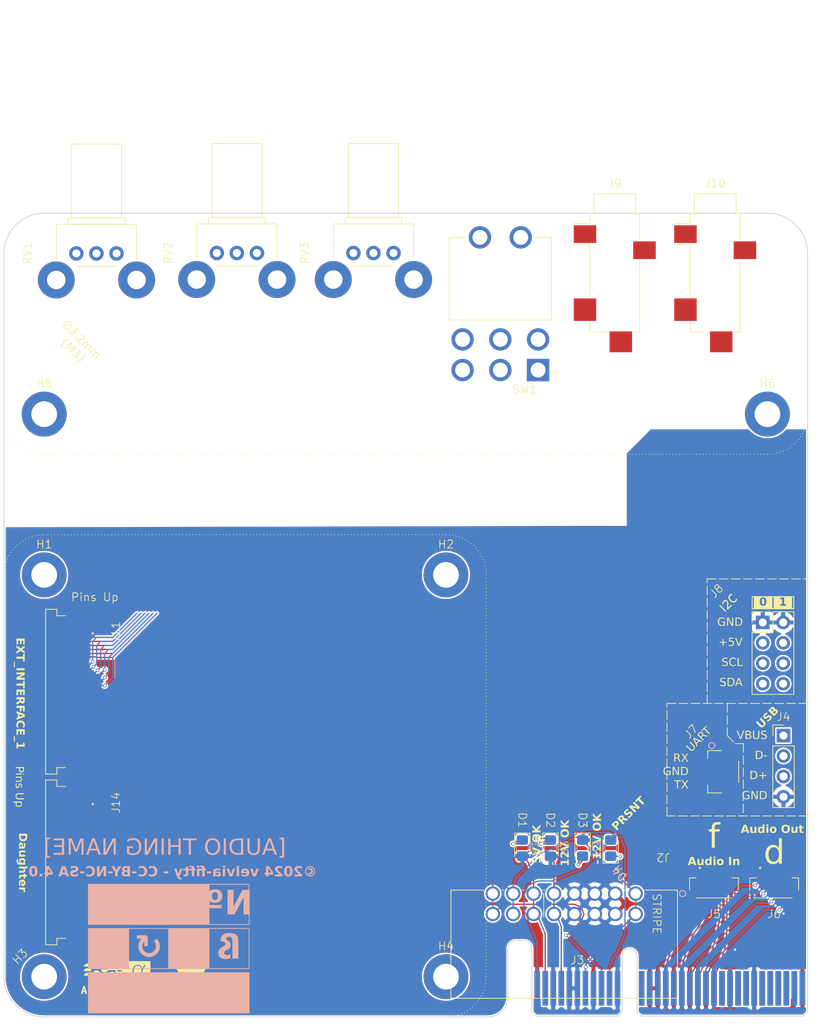
<source format=kicad_pcb>
(kicad_pcb (version 20240108) (generator "pcbnew") (generator_version "8.0")
  (layers (0 "F.Cu" signal) (31 "B.Cu" signal) (34 "B.Paste" user) (35 "F.Paste" user) (36 "B.SilkS" user "B.Silkscreen") (37 "F.SilkS" user "F.Silkscreen") (38 "B.Mask" user) (39 "F.Mask" user) (44 "Edge.Cuts" user))
  (net 0 "")
  (net 1 "GND")
  (net 2 "+5V")
  (net 3 "+12V")
  (net 4 "-12V")
  (net 5 "Net-(D4-K)")
  (net 6 "Net-(D4-A)")
  (net 7 "Net-(D1-K)")
  (net 8 "Net-(D3-A)")
  (net 9 "/Bus/CON_GATE")
  (net 10 "/Bus/CON_CV")
  (net 16 "Net-(J3-PRSNT_A)")
  (net 23 "/Bus/USB_D+")
  (net 24 "Net-(J3-Audio_In_B)")
  (net 25 "Net-(J3-Audio_Out_D)")
  (net 26 "Net-(J3-Audio_In_D)")
  (net 27 "Net-(J3-Audio_Out_B)")
  (net 28 "Net-(J3-USB_D-)")
  (net 29 "Net-(J3-Audio_Out_A)")
  (net 30 "Net-(J3-Audio_In_A)")
  (net 31 "Net-(J3-Audio_In_C)")
  (net 32 "Net-(J3-USB_5V)")
  (net 33 "Net-(J3-Audio_Out_C)")
  (net 34 "/Bus/I2C1_SDA")
  (net 35 "/Bus/I2C1_SCL")
  (net 36 "Net-(J3-UART_RX)")
  (net 37 "Net-(J3-UART_TX)")
  (net 40 "/Bus/I2C0_SDA")
  (net 42 "/Bus/I2C0_SCL")
  (net 43 "Net-(D2-K)")
  (net 62 "/EXT_JACK_T_5")
  (net 63 "/EXT_JACK_R_8")
  (net 64 "/EXT_JACK_R_7")
  (net 65 "/EXT_JACK_R_2")
  (net 66 "/EXT_JACK_TN_3")
  (net 67 "/EXT_JACK_TN_6")
  (net 68 "/EXT_JACK_TN_1")
  (net 69 "/EXT_JACK_T_6")
  (net 70 "/EXT_JACK_T_2")
  (net 71 "/EXT_JACK_T_4")
  (net 72 "/EXT_JACK_R_5")
  (net 73 "/EXT_JACK_T_7")
  (net 74 "/EXT_JACK_TN_8")
  (net 75 "/EXT_JACK_R_6")
  (net 76 "/EXT_JACK_TN_5")
  (net 77 "/EXT_JACK_TN_4")
  (net 78 "/EXT_JACK_R_4")
  (net 79 "/EXT_JACK_T_3")
  (net 80 "/EXT_JACK_TN_7")
  (net 81 "/EXT_JACK_R_3")
  (net 82 "/EXT_JACK_T_8")
  (net 83 "/EXT_JACK_TN_2")
  (net 84 "/EXT_JACK_R_1")
  (net 85 "/EXT_JACK_T_1")
  (net 86 "/DB PIN 2")
  (net 87 "/DB PIN 26")
  (net 88 "/DB PIN 23")
  (net 89 "/DB PIN 13")
  (net 90 "/DB PIN 16")
  (net 91 "/DB PIN 3")
  (net 92 "/DB PIN 8")
  (net 93 "/DB PIN 19")
  (net 94 "/DB PIN 30")
  (net 95 "/DB PIN 1")
  (net 96 "/DB PIN 20")
  (net 97 "/DB PIN 17")
  (net 98 "/DB PIN 5")
  (net 99 "/DB PIN 12")
  (net 100 "/DB PIN 10")
  (net 101 "/DB PIN 29")
  (net 102 "/DB PIN 14")
  (net 103 "/DB PIN 28")
  (net 104 "/DB PIN 7")
  (net 105 "/DB PIN 21")
  (net 106 "/DB PIN 11")
  (net 107 "/DB PIN 4")
  (net 108 "/DB PIN 27")
  (net 109 "/DB PIN 24")
  (net 110 "/DB PIN 15")
  (net 111 "/DB PIN 22")
  (net 112 "/DB PIN 9")
  (net 113 "/DB PIN 18")
  (net 114 "/DB PIN 25")
  (net 115 "/DB PIN 6")
  (footprint "AT-Footprints:SMD_STEREO_CUI_SJ-3524-SMT_Horizontal" (layer "F.Cu") (at 213.2625 52.05)
    (property "Reference" "J10")
    (property "Value" "Stereo Jack - SMD HZ")
  )
  (footprint "AT-Footprints:AMPHENOL_F33B-1A7Q1-E8C08" (layer "F.Cu") (at 220.6125 130.05)
    (property "Reference" "J6")
    (property "Value" "Audio Out")
  )
  (footprint "Connector_PCBEdge:BUS_PCIexpress_x4" (layer "F.Cu") (at 191.1125 142.3)
    (property "Reference" "J3")
    (property "Value" "~" (hide yes))
    (fp_line (start -0.65 -4.95) (end -0.65 2.95) (stroke (width 0.1)) (layer "Edge.Cuts"))
    (fp_line (start -0.65 2.95) (end -0.15 3.45) (stroke (width 0.1)) (layer "Edge.Cuts"))
    (fp_line (start -0.15 3.45) (end 10.05 3.45) (stroke (width 0.1)) (layer "Edge.Cuts"))
    (fp_line (start 10.55 -4) (end 10.55 2.95) (stroke (width 0.1)) (layer "Edge.Cuts"))
    (fp_line (start 10.55 2.95) (end 10.05 3.45) (stroke (width 0.1)) (layer "Edge.Cuts"))
    (fp_line (start 12.45 -4) (end 12.45 2.95) (stroke (width 0.1)) (layer "Edge.Cuts"))
    (fp_line (start 12.45 2.95) (end 12.95 3.45) (stroke (width 0.1)) (layer "Edge.Cuts"))
    (fp_line (start 12.95 3.45) (end 33.15 3.45) (stroke (width 0.1)) (layer "Edge.Cuts"))
    (fp_line (start 33.65 -4.95) (end 33.65 2.95) (stroke (width 0.1)) (layer "Edge.Cuts"))
    (fp_line (start 33.65 2.95) (end 33.15 3.45) (stroke (width 0.1)) (layer "Edge.Cuts"))
    (fp_arc (start 10.55 -4) (mid 11.5 -4.95) (end 12.45 -4) (stroke (width 0.1)) (layer "Edge.Cuts"))
  )
  (footprint "Symbol:OSHW-Logo2_7.3x6mm_SilkScreen" (layer "F.Cu") (at 148.0431 141.630501)
    (property "Reference" "REF**" (hide yes))
    (property "Value" "OSHW-Logo2_7.3x6mm_SilkScreen" (hide yes))
  )
  (footprint "AT-Footprints:Potentiometer_Bourns_PTV09A-2_Single_Horizontal" (layer "F.Cu") (at 156.2375 50.8 90)
    (property "Reference" "RV2")
    (property "Value" "PTV09 Pot HZ")
  )
  (footprint "AT-Footprints:AMPHENOL_SFV30R-4STE1HLF - FFC - 30 RA" (layer "F.Cu") (at 132.0431 105.380501 -90)
    (property "Reference" "J11")
    (property "Value" "EXT_INTERFACE_1")
  )
  (footprint "LED_SMD:LED_0805_2012Metric_Pad1.15x1.40mm_HandSolder" (layer "F.Cu") (at 189.2625 124.85 -90)
    (property "Reference" "D1")
    (property "Value" "5V OK")
  )
  (footprint "LED_SMD:LED_0805_2012Metric_Pad1.15x1.40mm_HandSolder" (layer "F.Cu") (at 196.7625 124.85 -90)
    (property "Reference" "D3")
    (property "Value" "-12V OK")
  )
  (footprint "AT-Footprints:SMD_STEREO_CUI_SJ-3524-SMT_Horizontal" (layer "F.Cu") (at 200.7625 52.05)
    (property "Reference" "J9")
    (property "Value" "Stereo Jack - SMD HZ")
  )
  (footprint "LED_SMD:LED_0805_2012Metric_Pad1.15x1.40mm_HandSolder" (layer "F.Cu") (at 200.2625 124.85 90)
    (property "Reference" "D4")
    (property "Value" "PRSNT")
  )
  (footprint "Connector_PinHeader_2.54mm:PinHeader_1x04_P2.54mm_Vertical" (layer "F.Cu") (at 221.7625 110.85)
    (property "Reference" "J4")
    (property "Value" "USB")
  )
  (footprint "MountingHole:MountingHole_3.2mm_M3_DIN965_Pad" (layer "F.Cu") (at 219.7625 70.85)
    (property "Reference" "H6")
    (property "Value" "M3")
  )
  (footprint "MountingHole:MountingHole_3.2mm_M3_DIN965_Pad" (layer "F.Cu") (at 129.7625 90.85)
    (property "Reference" "H1")
    (property "Value" "M3")
  )
  (footprint "AT-Footprints:AMPHENOL_SFV30R-4STE1HLF - FFC - 30 RA" (layer "F.Cu") (at 132.0431 126.630501 -90)
    (property "Reference" "J14")
    (property "Value" "Daughter")
  )
  (footprint "AT-Footprints:at-logo" (layer "F.Cu") (at 138.918236 138.580441)
    (property "Reference" "G***" (hide yes))
    (property "Value" "LOGO" (hide yes))
  )
  (footprint "MountingHole:MountingHole_3.2mm_M3_DIN965_Pad" (layer "F.Cu") (at 129.7625 70.85)
    (property "Reference" "H5")
    (property "Value" "M3")
  )
  (footprint "AT-Footprints:Potentiometer_Bourns_PTV09A-2_Single_Horizontal" (layer "F.Cu") (at 173.2375 50.8 90)
    (property "Reference" "RV3")
    (property "Value" "PTV09 Pot HZ")
  )
  (footprint "LED_SMD:LED_0805_2012Metric_Pad1.15x1.40mm_HandSolder" (layer "F.Cu") (at 192.7625 124.85 -90)
    (property "Reference" "D2")
    (property "Value" "12V OK")
  )
  (footprint "MountingHole:MountingHole_3.2mm_M3_DIN965_Pad" (layer "F.Cu") (at 129.7625 140.85)
    (property "Reference" "H3")
    (property "Value" "M3")
  )
  (footprint "AT-Footprints:CONN_BM03B-SRSS-TBLFSN_JST" (layer "F.Cu") (at 214.2625 115.35 90)
    (property "Reference" "J7")
    (property "Value" "UART")
  )
  (footprint "AT-Footprints:DPDT Micro SW_1825138-7" (layer "F.Cu") (at 191.224 65.36 180)
    (property "Reference" "SW1")
    (property "Value" "Micro Toggle")
  )
  (footprint "MountingHole:MountingHole_3.2mm_M3_DIN965_Pad" (layer "F.Cu") (at 179.7625 140.85)
    (property "Reference" "H4")
    (property "Value" "M3")
  )
  (footprint "MountingHole:MountingHole_3.2mm_M3_DIN965_Pad" (layer "F.Cu") (at 179.7625 90.85)
    (property "Reference" "H2")
    (property "Value" "M3")
  )
  (footprint "Connector_PinHeader_2.54mm:PinHeader_2x04_P2.54mm_Vertical" (layer "F.Cu") (at 219.1825 96.77)
    (property "Reference" "J8")
    (property "Value" "I2C")
  )
  (footprint "AT-Footprints:Potentiometer_Bourns_PTV09A-2_Single_Horizontal" (layer "F.Cu") (at 138.7625 50.85 90)
    (property "Reference" "RV1")
    (property "Value" "PTV09 Pot HZ")
  )
  (footprint "AT-Footprints:AMPHENOL_F33B-1A7Q1-E8C08" (layer "F.Cu") (at 213.1125 130.05)
    (property "Reference" "J5")
    (property "Value" "Audio In")
  )
  (footprint "AT-Footprints:EURORACK Right Angle" (layer "F.Cu") (at 203.3625 130.51 180)
    (property "Reference" "J2")
    (property "Value" "OPT EURO")
  )
  (footprint "Resistor_SMD:R_0805_2012Metric_Pad1.20x1.40mm_HandSolder" (layer "B.Cu") (at 200.2625 124.85 -90)
    (property "Reference" "R4")
    (property "Value" "150")
  )
  (footprint "Resistor_SMD:R_0805_2012Metric_Pad1.20x1.40mm_HandSolder" (layer "B.Cu") (at 189.2625 124.85 90)
    (property "Reference" "R1")
    (property "Value" "150")
  )
  (footprint "Resistor_SMD:R_0805_2012Metric_Pad1.20x1.40mm_HandSolder" (layer "B.Cu") (at 196.7625 124.85 90)
    (property "Reference" "R3")
    (property "Value" "500")
  )
  (footprint "Resistor_SMD:R_0805_2012Metric_Pad1.20x1.40mm_HandSolder" (layer "B.Cu") (at 192.7625 124.85 90)
    (property "Reference" "R2")
    (property "Value" "500")
  )
  (gr_rect (start 135.2625 134.85) (end 140.2625 139.85) (stroke (width 0.1)) (fill solid) (layer "B.SilkS"))
  (gr_poly (pts (xy 150.2625 129.35) (xy 155.2625 129.35) (xy 155.2625 134.35) (xy 150.2625 134.350001)) (stroke (width 0.1)) (fill none) (layer "B.SilkS"))
  (gr_rect (start 140.2625 134.85) (end 145.2625 139.85) (stroke (width 0.1)) (fill none) (layer "B.SilkS"))
  (gr_rect (start 150.2625 134.85) (end 155.2625 139.85) (stroke (width 0.1)) (fill none) (layer "B.SilkS"))
  (gr_poly (pts (xy 135.2625 129.35) (xy 150.2625 129.35) (xy 150.2625 134.350001) (xy 135.2625 134.35)) (stroke (width 0.1)) (fill solid) (layer "B.SilkS"))
  (gr_rect (start 145.2625 134.85) (end 150.2625 139.85) (stroke (width 0.1)) (fill solid) (layer "B.SilkS"))
  (gr_rect (start 135.2625 140.35) (end 155.2625 145.35) (stroke (width 0.1)) (fill solid) (layer "B.SilkS"))
  (gr_arc (start 179.7625 85.85) (mid 183.298034 87.314466) (end 184.7625 90.85) (stroke (width 0.1) (type dot)) (layer "F.SilkS"))
  (gr_line (start 219.7625 75.85) (end 129.7625 75.85) (stroke (width 0.1) (type dot)) (layer "F.SilkS"))
  (gr_line (start 215.7625 111.85) (end 216.7625 111.85) (stroke (width 0.1) (type dash)) (layer "F.SilkS"))
  (gr_arc (start 224.7625 70.85) (mid 223.298034 74.385534) (end 219.7625 75.85) (stroke (width 0.1) (type dot)) (layer "F.SilkS"))
  (gr_line (start 207.2625 106.85) (end 212.9191 106.85) (stroke (width 0.1) (type dash)) (layer "F.SilkS"))
  (gr_line (start 214.7625 106.85) (end 214.7625 110.85) (stroke (width 0.1) (type dash)) (layer "F.SilkS"))
  (gr_line (start 179.7625 85.85) (end 129.7625 85.85) (stroke (width 0.1) (type dot)) (layer "F.SilkS"))
  (gr_line (start 212.2625 91.35) (end 224.7625 91.35) (stroke (width 0.1) (type dash)) (layer "F.SilkS"))
  (gr_line (start 212.2625 106.85) (end 212.2625 91.35) (stroke (width 0.1) (type dash)) (layer "F.SilkS"))
  (gr_line (start 216.7625 111.85) (end 216.7625 120.85) (stroke (width 0.1) (type dash)) (layer "F.SilkS"))
  (gr_arc (start 124.7625 90.85) (mid 126.226966 87.314466) (end 129.7625 85.85) (stroke (width 0.1) (type dot)) (layer "F.SilkS"))
  (gr_line (start 214.7625 110.85) (end 215.7625 111.85) (stroke (width 0.1) (type dash)) (layer "F.SilkS"))
  (gr_arc (start 129.7625 75.85) (mid 126.226966 74.385534) (end 124.7625 70.85) (stroke (width 0.1) (type dot)) (layer "F.SilkS"))
  (gr_arc (start 184.7625 140.85) (mid 183.298034 144.385534) (end 179.7625 145.85) (stroke (width 0.1) (type dot)) (layer "F.SilkS"))
  (gr_line (start 184.7625 90.85) (end 184.7625 140.85) (stroke (width 0.1) (type dot)) (layer "F.SilkS"))
  (gr_line (start 224.7625 106.85) (end 212.9191 106.85) (stroke (width 0.1) (type dash)) (layer "F.SilkS"))
  (gr_line (start 224.7625 120.85) (end 207.2625 120.85) (stroke (width 0.1) (type dash)) (layer "F.SilkS"))
  (gr_line (start 207.2625 120.85) (end 207.2625 106.85) (stroke (width 0.1) (type dash)) (layer "F.SilkS"))
  (gr_line (start 184.9625 145.85) (end 129.7625 145.85) (stroke (width 0.1)) (layer "Edge.Cuts"))
  (gr_line (start 188.4625 136.35) (end 189.4625 136.35) (stroke (width 0.1)) (layer "Edge.Cuts"))
  (gr_line (start 219.7625 45.85) (end 129.7625 45.85) (stroke (width 0.1)) (layer "Edge.Cuts"))
  (gr_line (start 224.7625 137.35) (end 224.7625 50.85) (stroke (width 0.1)) (layer "Edge.Cuts"))
  (gr_arc (start 187.4625 143.35) (mid 186.730267 145.117767) (end 184.9625 145.85) (stroke (width 0.1)) (layer "Edge.Cuts"))
  (gr_line (start 124.7625 140.85) (end 124.7625 50.85) (stroke (width 0.1)) (layer "Edge.Cuts"))
  (gr_arc (start 189.4625 136.35) (mid 190.169607 136.642893) (end 190.4625 137.35) (stroke (width 0.1)) (layer "Edge.Cuts"))
  (gr_arc (start 219.7625 45.85) (mid 223.298034 47.314466) (end 224.7625 50.85) (stroke (width 0.1)) (layer "Edge.Cuts"))
  (gr_arc (start 124.7625 50.85) (mid 126.226966 47.314466) (end 129.7625 45.85) (stroke (width 0.1)) (layer "Edge.Cuts"))
  (gr_arc (start 129.7625 145.85) (mid 126.226966 144.385534) (end 124.7625 140.85) (stroke (width 0.1)) (layer "Edge.Cuts"))
  (gr_line (start 187.4625 143.35) (end 187.4625 137.35) (stroke (width 0.1)) (layer "Edge.Cuts"))
  (gr_arc (start 187.4625 137.35) (mid 187.755393 136.642893) (end 188.4625 136.35) (stroke (width 0.1)) (layer "Edge.Cuts"))
  (gr_text "Nº" (at 152.7625 131.85 0) (layer "B.SilkS") (effects (font (size 3 3) (thickness 0.3) (bold yes)) (justify mirror)))
  (gr_text "\n\n" (at 153.7625 135.85 0) (layer "B.SilkS") (effects (font (size 1 1) (thickness 0.1)) (justify left bottom mirror)))
  (gr_text "©2024 velvia-fifty - CC-BY-NC-SA 4.0" (at 145.7625 127.85 0) (layer "B.SilkS") (effects (font (size 1.25 1.25) (thickness 0.25) (bold yes)) (justify mirror)))
  (gr_text "↺" (at 142.7625 137.35 0) (layer "B.SilkS") (effects (font (size 3 3) (thickness 0.3) (bold yes)) (justify mirror)))
  (gr_text "ß" (at 152.7625 137.35 0) (layer "B.SilkS") (effects (font (size 3 3) (thickness 0.3) (bold yes)) (justify mirror)))
  (gr_text "[AUDIO THING NAME]" (at 144.7625 124.85 0) (layer "B.SilkS") (effects (font (size 2 2) (thickness 0.1)) (justify mirror)))
  (gr_text "D-" (at 219.7625 113.35 0) (layer "F.SilkS") (effects (font (size 1 1) (thickness 0.1)) (justify right)))
  (gr_text "| 0 | 1 |" (at 220.4525 94.27 0) (layer "F.SilkS" knockout) (effects (font (size 1 1) (thickness 0.2) (bold yes))))
  (gr_text "GND" (at 219.7625 118.35 0) (layer "F.SilkS") (effects (font (size 1 1) (thickness 0.1)) (justify right)))
  (gr_text "SDA" (at 216.6825 104.27 0) (layer "F.SilkS") (effects (font (size 1 1) (thickness 0.1)) (justify right)))
  (gr_text "GND" (at 209.9591 115.35 0) (layer "F.SilkS") (effects (font (size 1 1) (thickness 0.1)) (justify right)))
  (gr_text "VBUS" (at 219.7625 110.85 0) (layer "F.SilkS") (effects (font (size 1 1) (thickness 0.1)) (justify right)))
  (gr_text "RX" (at 209.9591 113.687059 0) (layer "F.SilkS") (effects (font (size 1 1) (thickness 0.1)) (justify right)))
  (gr_text "SCL" (at 216.6825 101.77 0) (layer "F.SilkS") (effects (font (size 1 1) (thickness 0.1)) (justify right)))
  (gr_text "∅3.2mm \n{M3}" (at 133.9191 62.35 315) (layer "F.SilkS") (effects (font (size 1 1) (thickness 0.1875))))
  (gr_text "+5V" (at 216.6825 99.27 0) (layer "F.SilkS") (effects (font (size 1 1) (thickness 0.1)) (justify right)))
  (gr_text "TX" (at 209.9591 117.012941 0) (layer "F.SilkS") (effects (font (size 1 1) (thickness 0.1)) (justify right)))
  (gr_text "d" (at 220.6125 125.55 0) (layer "F.SilkS") (effects (font (size 3 3) (thickness 0.1875))))
  (gr_text "GND" (at 216.7225 96.77 0) (layer "F.SilkS") (effects (font (size 1 1) (thickness 0.1)) (justify right)))
  (gr_text "f" (at 213.1125 123.55 0) (layer "F.SilkS") (effects (font (size 3 3) (thickness 0.1875))))
  (gr_text "D+" (at 219.7625 115.85 0) (layer "F.SilkS") (effects (font (size 1 1) (thickness 0.1)) (justify right)))
  (segment (start 214.362 124.11) (end 210.138 119.886) (width 0.1524) (layer "F.Cu") (net 1))
  (segment (start 206.112 142.3) (end 206.112 140.058) (width 0.1524) (layer "F.Cu") (net 1))
  (segment (start 134.7431 105.630001) (end 134.6931 105.63) (width 0.1524) (layer "F.Cu") (net 1))
  (segment (start 179.569 122) (end 170.419 112.85) (width 0.1524) (layer "F.Cu") (net 1))
  (segment (start 220.362 128.3) (end 220.362 129.35) (width 0.1524) (layer "F.Cu") (net 1))
  (segment (start 210.914 130.863) (end 211.124 130.47) (width 0.1524) (layer "F.Cu") (net 1))
  (segment (start 208.269 139.053) (end 208.734 137.522) (width 0.1524) (layer "F.Cu") (net 1))
  (segment (start 213.554 137.982) (end 213.924 136.763) (width 0.1524) (layer "F.Cu") (net 1))
  (segment (start 134.932101 101.63) (end 133.9541 101.63) (width 0.1524) (layer "F.Cu") (net 1))
  (segment (start 215.582 120.825) (end 211.405 116.648) (width 0.1524) (layer "F.Cu") (net 1))
  (segment (start 213.362 129.248) (end 213.362 129.059) (width 0.1524) (layer "F.Cu") (net 1))
  (segment (start 214.362 128.98) (end 214.362 128.406) (width 0.1524) (layer "F.Cu") (net 1))
  (segment (start 133.9541 101.63) (end 133.9241 101.599999) (width 0.1524) (layer "F.Cu") (net 1))
  (segment (start 218.058 122.795) (end 215.554 122.795) (width 0.1524) (layer "F.Cu") (net 1))
  (segment (start 215.554 122.795) (end 210.883 118.124) (width 0.1524) (layer "F.Cu") (net 1))
  (segment (start 207.211 135.941) (end 208.81 133.547) (width 0.1524) (layer "F.Cu") (net 1))
  (segment (start 220.362 129.35) (end 220.362 128.3) (width 0.1524) (layer "F.Cu") (net 1))
  (segment (start 215.761 122) (end 211.18 117.419) (width 0.1524) (layer "F.Cu") (net 1))
  (segment (start 211.899 131.867) (end 212.245 130.724) (width 0.1524) (layer "F.Cu") (net 1))
  (segment (start 209.262 122) (end 179.569 122) (width 0.1524) (layer "F.Cu") (net 1))
  (segment (start 210.138 119.886) (end 180.455 119.886) (width 0.1524) (layer "F.Cu") (net 1))
  (segment (start 211.253 130.043) (end 211.343 129.594) (width 0.1524) (layer "F.Cu") (net 1))
  (segment (start 210.112 142.11) (end 210.112 142.148) (width 0.1524) (layer "F.Cu") (net 1))
  (segment (start 213.45 138.233) (end 213.554 137.982) (width 0.1524) (layer "F.Cu") (net 1))
  (segment (start 211.028 133.544) (end 211.809 132.082) (width 0.1524) (layer "F.Cu") (net 1))
  (segment (start 190.449 118.124) (end 187.01 114.684) (width 0.1524) (layer "F.Cu") (net 1))
  (segment (start 214.362 128.385) (end 214.362 124.11) (width 0.1524) (layer "F.Cu") (net 1))
  (segment (start 190.741 117.419) (end 187.714 114.392) (width 0.1524) (layer "F.Cu") (net 1))
  (segment (start 214.08 135.978) (end 214.361 133.124) (width 0.1524) (layer "F.Cu") (net 1))
  (segment (start 210.112 141.466) (end 210.127 141.315) (width 0.1524) (layer "F.Cu") (net 1))
  (segment (start 179.864 121.295) (end 170.419 111.85) (width 0.1524) (layer "F.Cu") (net 1))
  (segment (start 212.362 129.983) (end 212.362 128.624) (width 0.1524) (layer "F.Cu") (net 1))
  (segment (start 220.362 129.35) (end 220.362 130.115) (width 0.1524) (layer "F.Cu") (net 1))
  (segment (start 212.362 128.624) (end 212.362 128.623) (width 0.1524) (layer "F.Cu") (net 1))
  (segment (start 210.17 141.098) (end 210.342 140.531) (width 0.1524) (layer "F.Cu") (net 1))
  (segment (start 212.112 142.3) (end 212.112 141.618) (width 0.1524) (layer "F.Cu") (net 1))
  (segment (start 212.362 124.103) (end 209.554 121.295) (width 0.1524) (layer "F.Cu") (net 1))
  (segment (start 208.734 137.522) (end 208.953 136.993) (width 0.1524) (layer "F.Cu") (net 1))
  (segment (start 213.362 132.472) (end 213.362 129.248) (width 0.1524) (layer "F.Cu") (net 1))
  (segment (start 212.245 130.724) (end 212.332 130.286) (width 0.1524) (layer "F.Cu") (net 1))
  (segment (start 134.1981 98.130001) (end 134.4431 98.130001) (width 0.1524) (layer "F.Cu") (net 1))
  (segment (start 134.7491 105.130001) (end 134.7181 105.130001) (width 0.1524) (layer "F.Cu") (net 1))
  (segment (start 211.362 128.55) (end 211.362 128.5) (width 0.1524) (layer "F.Cu") (net 1))
  (segment (start 206.258 138.578) (end 206.387 137.927) (width 0.1524) (layer "F.Cu") (net 1))
  (segment (start 134.1371 98.13) (end 134.1981 98.130001) (width 0.1524) (layer "F.Cu") (net 1))
  (segment (start 219.362 128.3) (end 219.362 125.1) (width 0.1524) (layer "F.Cu") (net 1))
  (segment (start 187.01 114.684) (end 187.01 107.44) (width 0.1524) (layer "F.Cu") (net 1))
  (segment (start 133.9241 101.599999) (end 133.7311 101.6) (width 0.1524) (layer "F.Cu") (net 1))
  (segment (start 216.408 121.295) (end 215.938 120.825) (width 0.1524) (layer "F.Cu") (net 1))
  (segment (start 211.18 117.419) (end 190.741 117.419) (width 0.1524) (layer "F.Cu") (net 1))
  (segment (start 220.289 125.026) (end 218.058 122.795) (width 0.1524) (layer "F.Cu") (net 1))
  (segment (start 213.362 124.107) (end 209.846 120.59) (width 0.1524) (layer "F.Cu") (net 1))
  (segment (start 222.362 125.1) (end 218.558 121.295) (width 0.1524) (layer "F.Cu") (net 1))
  (segment (start 134.4431 112.63) (end 134.9321 112.63) (width 0.1524) (layer "F.Cu") (net 1))
  (segment (start 212.362 128.623) (end 212.362 128.606) (width 0.1524) (layer "F.Cu") (net 1))
  (segment (start 219.362 128.85) (end 219.362 128.3) (width 0.1524) (layer "F.Cu") (net 1))
  (segment (start 222.362 128.3) (end 222.362 129.3) (width 0.1524) (layer "F.Cu") (net 1))
  (segment (start 134.1371 98.13) (end 134.1981 98.130001) (width 0.1524) (layer "F.Cu") (net 1))
  (segment (start 134.6931 105.63) (end 134.6431 105.63) (width 0.1524) (layer "F.Cu") (net 1))
  (segment (start 219.362 128.85) (end 219.362 129.4) (width 0.1524) (layer "F.Cu") (net 1))
  (segment (start 211.405 116.648) (end 190.967 116.648) (width 0.1524) (layer "F.Cu") (net 1))
  (segment (start 187.01 107.44) (end 186.419 106.85) (width 0.1524) (layer "F.Cu") (net 1))
  (segment (start 209.646 132.528) (end 210.483 131.508) (width 0.1524) (layer "F.Cu") (net 1))
  (segment (start 211.362 128.55) (end 211.362 128.5) (width 0.1524) (layer "F.Cu") (net 1))
  (segment (start 188.419 114.1) (end 188.419 108.1) (width 0.1524) (layer "F.Cu") (net 1))
  (segment (start 219.362 125.1) (end 217.762 123.5) (width 0.1524) (layer "F.Cu") (net 1))
  (segment (start 212.985 134.748) (end 213.288 133.223) (width 0.1524) (layer "F.Cu") (net 1))
  (segment (start 215.738 137.49) (end 217.272 137.49) (width 0.1524) (layer "F.Cu") (net 1))
  (segment (start 186.305 114.976) (end 186.305 108.236) (width 0.1524) (layer "F.Cu") (net 1))
  (segment (start 212.758 139.529) (end 213.45 138.233) (width 0.1524) (layer "F.Cu") (net 1))
  (segment (start 134.7181 105.130001) (end 134.688101 105.130001) (width 0.1524) (layer "F.Cu") (net 1))
  (segment (start 208.112 140.764) (end 208.112 141.071) (width 0.1524) (layer "F.Cu") (net 1))
  (segment (start 209.846 120.59) (end 180.16 120.59) (width 0.1524) (layer "F.Cu") (net 1))
  (segment (start 212.332 130.286) (end 212.362 129.983) (width 0.1524) (layer "F.Cu") (net 1))
  (segment (start 211.406 138.561) (end 212.384 136.732) (width 0.1524) (layer "F.Cu") (net 1))
  (segment (start 212.384 136.732) (end 212.985 134.748) (width 0.1524) (layer "F.Cu") (net 1))
  (segment (start 134.7491 105.130001) (end 134.7181 105.130001) (width 0.1524) (layer "F.Cu") (net 1))
  (segment (start 210.342 140.531) (end 210.491 140.17) (width 0.1524) (layer "F.Cu") (net 1))
  (segment (start 212.156 141.167) (end 212.17 141.098) (width 0.1524) (layer "F.Cu") (net 1))
  (segment (start 222.362 128.3) (end 222.362 125.1) (width 0.1524) (layer "F.Cu") (net 1))
  (segment (start 214.361 128.982) (end 214.362 128.98) (width 0.1524) (layer "F.Cu") (net 1))
  (segment (start 211.343 129.594) (end 211.362 129.396) (width 0.1524) (layer "F.Cu") (net 1))
  (segment (start 221.362 125.1) (end 218.262 122) (width 0.1524) (layer "F.Cu") (net 1))
  (segment (start 210.491 140.17) (end 211.137 138.963) (width 0.1524) (layer "F.Cu") (net 1))
  (segment (start 134.6431 105.63) (end 134.4431 105.630001) (width 0.1524) (layer "F.Cu") (net 1))
  (segment (start 208.81 133.547) (end 209.646 132.528) (width 0.1524) (layer "F.Cu") (net 1))
  (segment (start 180.455 119.886) (end 170.419 109.85) (width 0.1524) (layer "F.Cu") (net 1))
  (segment (start 210.483 131.508) (end 210.914 130.863) (width 0.1524) (layer "F.Cu") (net 1))
  (segment (start 220.289 130.189) (end 220.289 125.026) (width 0.1524) (layer "F.Cu") (net 1))
  (segment (start 210.591 118.828) (end 190.157 118.828) (width 0.1524) (layer "F.Cu") (net 1))
  (segment (start 133.709101 98.130001) (end 134.1371 98.13) (width 0.1524) (layer "F.Cu") (net 1))
  (segment (start 208.953 136.993) (end 209.867 135.282) (width 0.1524) (layer "F.Cu") (net 1))
  (segment (start 210.112 142.148) (end 210.112 142.11) (width 0.1524) (layer "F.Cu") (net 1))
  (segment (start 221.362 131.4) (end 220.762 132) (width 0.1524) (layer "F.Cu") (net 1))
  (segment (start 213.362 129.248) (end 213.362 129.059) (width 0.1524) (layer "F.Cu") (net 1))
  (segment (start 211.137 138.963) (end 211.406 138.561) (width 0.1524) (layer "F.Cu") (net 1))
  (segment (start 212.362 128.624) (end 212.362 128.623) (width 0.1524) (layer "F.Cu") (net 1))
  (segment (start 220.362 130.115) (end 220.289 130.189) (width 0.1524) (layer "F.Cu") (net 1))
  (segment (start 134.6931 105.63) (end 134.6431 105.63) (width 0.1524) (layer "F.Cu") (net 1))
  (segment (start 211.362 128.5) (end 211.362 124.1) (width 0.1524) (layer "F.Cu") (net 1))
  (segment (start 218.558 121.295) (end 216.408 121.295) (width 0.1524) (layer "F.Cu") (net 1))
  (segment (start 208.112 140.764) (end 208.112 141.071) (width 0.1524) (layer "F.Cu") (net 1))
  (segment (start 212.362 128.623) (end 212.362 128.606) (width 0.1524) (layer "F.Cu") (net 1))
  (segment (start 190.157 118.828) (end 186.305 114.976) (width 0.1524) (layer "F.Cu") (net 1))
  (segment (start 186.305 108.236) (end 185.624 107.555) (width 0.1524) (layer "F.Cu") (net 1))
  (segment (start 221.362 128.3) (end 221.362 129.85) (width 0.1524) (layer "F.Cu") (net 1))
  (segment (start 208.112 140.456) (end 208.232 139.239) (width 0.1524) (layer "F.Cu") (net 1))
  (segment (start 220.362 128.3) (end 220.362 129.35) (width 0.1524) (layer "F.Cu") (net 1))
  (segment (start 212.362 128.606) (end 212.362 124.103) (width 0.1524) (layer "F.Cu") (net 1))
  (segment (start 221.362 129.85) (end 221.362 128.3) (width 0.1524) (layer "F.Cu") (net 1))
  (segment (start 217.762 123.5) (end 215.262 123.5) (width 0.1524) (layer "F.Cu") (net 1))
  (segment (start 220.362 129.35) (end 220.362 130.115) (width 0.1524) (layer "F.Cu") (net 1))
  (segment (start 219.362 129.4) (end 218.762 130) (width 0.1524) (layer "F.Cu") (net 1))
  (segment (start 218.262 122) (end 215.761 122) (width 0.1524) (layer "F.Cu") (net 1))
  (segment (start 206.701 136.894) (end 207.211 135.941) (width 0.1524) (layer "F.Cu") (net 1))
  (segment (start 221.362 128.3) (end 221.362 125.1) (width 0.1524) (layer "F.Cu") (net 1))
  (segment (start 210.95 133.662) (end 211.028 133.544) (width 0.1524) (layer "F.Cu") (net 1))
  (segment (start 206.387 137.927) (end 206.701 136.894) (width 0.1524) (layer "F.Cu") (net 1))
  (segment (start 190.967 116.648) (end 188.419 114.1) (width 0.1524) (layer "F.Cu") (net 1))
  (segment (start 213.288 133.223) (end 213.362 132.472) (width 0.1524) (layer "F.Cu") (net 1))
  (segment (start 214.361 133.124) (end 214.361 128.982) (width 0.1524) (layer "F.Cu") (net 1))
  (segment (start 211.809 132.082) (end 211.899 131.867) (width 0.1524) (layer "F.Cu") (net 1))
  (segment (start 214.362 128.406) (end 214.362 128.385) (width 0.1524) (layer "F.Cu") (net 1))
  (segment (start 210.127 141.315) (end 210.17 141.098) (width 0.1524) (layer "F.Cu") (net 1))
  (segment (start 209.554 121.295) (end 179.864 121.295) (width 0.1524) (layer "F.Cu") (net 1))
  (segment (start 212.112 141.618) (end 212.156 141.167) (width 0.1524) (layer "F.Cu") (net 1))
  (segment (start 208.112 140.764) (end 208.112 140.456) (width 0.1524) (layer "F.Cu") (net 1))
  (segment (start 220.362 130.115) (end 220.362 130.4) (width 0.1524) (layer "F.Cu") (net 1))
  (segment (start 134.7181 105.130001) (end 134.688101 105.130001) (width 0.1524) (layer "F.Cu") (net 1))
  (segment (start 215.938 120.825) (end 215.582 120.825) (width 0.1524) (layer "F.Cu") (net 1))
  (segment (start 214.362 128.406) (end 214.362 128.385) (width 0.1524) (layer "F.Cu") (net 1))
  (segment (start 210.112 142.148) (end 210.112 142.3) (width 0.1524) (layer "F.Cu") (net 1))
  (segment (start 222.362 129.3) (end 222.362 132.4) (width 0.1524) (layer "F.Cu") (net 1))
  (segment (start 208.112 141.071) (end 208.112 142.3) (width 0.1524) (layer "F.Cu") (net 1))
  (segment (start 209.867 135.282) (end 210.95 133.662) (width 0.1524) (layer "F.Cu") (net 1))
  (segment (start 210.112 142.11) (end 210.112 141.466) (width 0.1524) (layer "F.Cu") (net 1))
  (segment (start 215.262 123.5) (end 210.591 118.828) (width 0.1524) (layer "F.Cu") (net 1))
  (segment (start 217.272 137.49) (end 221.762 133) (width 0.1524) (layer "F.Cu") (net 1))
  (segment (start 222.362 132.4) (end 221.762 133) (width 0.1524) (layer "F.Cu") (net 1))
  (segment (start 134.688101 105.130001) (end 134.4431 105.13) (width 0.1524) (layer "F.Cu") (net 1))
  (segment (start 213.362 129.059) (end 213.362 124.107) (width 0.1524) (layer "F.Cu") (net 1))
  (segment (start 220.362 130.4) (end 219.762 131) (width 0.1524) (layer "F.Cu") (net 1))
  (segment (start 212.342 140.531) (end 212.758 139.529) (width 0.1524) (layer "F.Cu") (net 1))
  (segment (start 210.883 118.124) (end 190.449 118.124) (width 0.1524) (layer "F.Cu") (net 1))
  (segment (start 211.124 130.47) (end 211.253 130.043) (width 0.1524) (layer "F.Cu") (net 1))
  (segment (start 211.362 129.396) (end 211.362 128.55) (width 0.1524) (layer "F.Cu") (net 1))
  (segment (start 222.362 129.3) (end 222.362 128.3) (width 0.1524) (layer "F.Cu") (net 1))
  (segment (start 134.8451 105.13) (end 134.7491 105.130001) (width 0.1524) (layer "F.Cu") (net 1))
  (segment (start 213.924 136.763) (end 214.08 135.978) (width 0.1524) (layer "F.Cu") (net 1))
  (segment (start 208.232 139.239) (end 208.269 139.053) (width 0.1524) (layer "F.Cu") (net 1))
  (segment (start 219.362 128.3) (end 219.362 128.85) (width 0.1524) (layer "F.Cu") (net 1))
  (segment (start 221.362 129.85) (end 221.362 131.4) (width 0.1524) (layer "F.Cu") (net 1))
  (segment (start 187.714 114.392) (end 187.714 107.645) (width 0.1524) (layer "F.Cu") (net 1))
  (segment (start 212.17 141.098) (end 212.342 140.531) (width 0.1524) (layer "F.Cu") (net 1))
  (segment (start 206.112 140.058) (end 206.258 138.578) (width 0.1524) (layer "F.Cu") (net 1))
  (segment (start 211.362 124.1) (end 209.262 122) (width 0.1524) (layer "F.Cu") (net 1))
  (segment (start 180.16 120.59) (end 170.419 110.85) (width 0.1524) (layer "F.Cu") (net 1))
  (via (at 220.762 132) (size 0.46) (drill 0.3) (layers "F.Cu" "B.Cu") (net 1))
  (via (at 219.762 131) (size 0.46) (drill 0.3) (layers "F.Cu" "B.Cu") (net 1))
  (via (at 221.762 133) (size 0.46) (drill 0.3) (layers "F.Cu" "B.Cu") (net 1))
  (via (at 218.762 130) (size 0.46) (drill 0.3) (layers "F.Cu" "B.Cu") (net 1))
  (via (at 215.738 137.49) (size 0.46) (drill 0.3) (layers "F.Cu" "B.Cu") (net 1))
  (segment (start 220.657 132.105) (end 220.762 132) (width 0.1524) (layer "B.Cu") (net 1))
  (segment (start 219.465 131.297) (end 219.762 131) (width 0.1524) (layer "B.Cu") (net 1))
  (segment (start 192.762 128.078) (end 192.762 125.85) (width 0.1524) (layer "B.Cu") (net 1))
  (segment (start 213.112 142.3) (end 213.112 139.872) (width 0.1524) (layer "B.Cu") (net 1))
  (segment (start 211.112 142.3) (end 211.112 139.872) (width 0.1524) (layer "B.Cu") (net 1))
  (segment (start 213.356 139.872) (end 215.738 137.49) (width 0.1524) (layer "B.Cu") (net 1))
  (segment (start 209.112 142.3) (end 209.112 139.872) (width 0.1524) (layer "B.Cu") (net 1))
  (segment (start 211.112 139.872) (end 218.879 132.105) (width 0.1524) (layer "B.Cu") (net 1))
  (segment (start 216.913 130.072) (end 218.69 130.072) (width 0.1524) (layer "B.Cu") (net 1))
  (segment (start 217.688 131.297) (end 219.465 131.297) (width 0.1524) (layer "B.Cu") (net 1))
  (segment (start 213.112 139.872) (end 213.356 139.872) (width 0.1524) (layer "B.Cu") (net 1))
  (segment (start 218.69 130.072) (end 218.762 130) (width 0.1524) (layer "B.Cu") (net 1))
  (segment (start 207.112 142.3) (end 207.112 139.872) (width 0.1524) (layer "B.Cu") (net 1))
  (segment (start 218.879 132.105) (end 220.657 132.105) (width 0.1524) (layer "B.Cu") (net 1))
  (segment (start 207.112 139.872) (end 216.913 130.072) (width 0.1524) (layer "B.Cu") (net 1))
  (segment (start 209.112 139.872) (end 217.688 131.297) (width 0.1524) (layer "B.Cu") (net 1))
  (segment (start 191.025 133.412) (end 191.388 133.775) (width 0.1524) (layer "F.Cu") (net 2))
  (segment (start 192.1125 142.3) (end 192.1125 139.2705) (width 0.1524) (layer "F.Cu") (net 2))
  (segment (start 191.0245 133.412) (end 190.6625 133.05) (width 0.1524) (layer "F.Cu") (net 2))
  (segment (start 190.662 128.265) (end 190.662 128.8265) (width 0.1524) (layer "F.Cu") (net 2))
  (segment (start 189.7 125.438) (end 190.755 125.001) (width 0.1524) (layer "F.Cu") (net 2))
  (segment (start 189.962 126.575) (end 190.662 128.265) (width 0.1524) (layer "F.Cu") (net 2))
  (segment (start 192.1125 139.2705) (end 192.112 139.27) (width 0.1524) (layer "F.Cu") (net 2))
  (segment (start 189.262 125.875) (end 189.2625 125.875) (width 0.1524) (layer "F.Cu") (net 2))
  (segment (start 190.662 128.8265) (end 190.662 129.388) (width 0.1524) (layer "F.Cu") (net 2))
  (segment (start 189.2625 125.875) (end 189.7 125.875) (width 0.1524) (layer "F.Cu") (net 2))
  (segment (start 192.112 135.525) (end 192.112 139.27) (width 0.1524) (layer "F.Cu") (net 2))
  (segment (start 190.662 128.8265) (end 190.6625 128.827) (width 0.1524) (layer "F.Cu") (net 2))
  (segment (start 189.7 125.875) (end 189.7 126.312) (width 0.1524) (layer "F.Cu") (net 2))
  (segment (start 189.7 126.312) (end 189.962 126.575) (width 0.1524) (layer "F.Cu") (net 2))
  (segment (start 190.6625 128.827) (end 190.6625 130.51) (width 0.1524) (layer "F.Cu") (net 2))
  (segment (start 191.025 133.412) (end 191.0245 133.412) (width 0.1524) (layer "F.Cu") (net 2))
  (segment (start 191.388 133.775) (end 192.112 135.525) (width 0.1524) (layer "F.Cu") (net 2))
  (segment (start 190.755 125.001) (end 191.664 125.001) (width 0.1524) (layer "F.Cu") (net 2))
  (segment (start 189.7 125.875) (end 189.7 125.438) (width 0.1524) (layer "F.Cu") (net 2))
  (segment (start 192.112 137.2185) (end 192.1125 137.219) (width 0.1524) (layer "B.Cu") (net 2))
  (segment (start 191.025 133.412) (end 191.388 133.775) (width 0.1524) (layer "B.Cu") (net 2))
  (segment (start 191.388 133.775) (end 192.112 135.525) (width 0.1524) (layer "B.Cu") (net 2))
  (segment (start 190.662 132.0759) (end 190.6625 132.0754) (width 0.1524) (layer "B.Cu") (net 2))
  (segment (start 192.112 135.525) (end 192.112 137.2185) (width 0.1524) (layer "B.Cu") (net 2))
  (segment (start 190.662 133.05) (end 190.662 132.0759) (width 0.1524) (layer "B.Cu") (net 2))
  (segment (start 190.8435 133.231) (end 190.6625 133.05) (width 0.1524) (layer "B.Cu") (net 2))
  (segment (start 192.112 137.2185) (end 192.112 138.912) (width 0.1524) (layer "B.Cu") (net 2))
  (segment (start 191.025 133.412) (end 190.8435 133.231) (width 0.1524) (layer "B.Cu") (net 2))
  (segment (start 190.6625 132.0754) (end 190.6625 130.51) (width 0.1524) (layer "B.Cu") (net 2))
  (segment (start 190.8435 133.231) (end 190.662 133.05) (width 0.1524) (layer "B.Cu") (net 2))
  (segment (start 190.662 132.0759) (end 190.662 131.78) (width 0.1524) (layer "B.Cu") (net 2))
  (segment (start 192.1125 137.219) (end 192.1125 142.3) (width 0.1524) (layer "B.Cu") (net 2))
  (segment (start 190.8435 133.231) (end 190.662 133.05) (width 0.1524) (layer "B.Cu") (net 2))
  (segment (start 191.025 133.412) (end 190.8435 133.231) (width 0.1524) (layer "B.Cu") (net 2))
  (segment (start 193.202 126.626) (end 193.202 127.519) (width 0.1524) (layer "F.Cu") (net 3))
  (segment (start 194.112 139.166) (end 194.1125 139.1665) (width 0.1524) (layer "F.Cu") (net 3))
  (segment (start 192.762 125.875) (end 192.762 125.8755) (width 0.1524) (layer "F.Cu") (net 3))
  (segment (start 192.762 125.8755) (end 192.7625 125.875) (width 0.1524) (layer "F.Cu") (net 3))
  (segment (start 193.202 129.461) (end 193.2025 129.4615) (width 0.1524) (layer "F.Cu") (net 3))
  (segment (start 193.2025 129.4615) (end 193.2025 130.51) (width 0.1524) (layer "F.Cu") (net 3))
  (segment (start 192.763 125.876) (end 192.982 126.095) (width 0.1524) (layer "F.Cu") (net 3))
  (segment (start 194.112 134.603) (end 193.657 133.505) (width 0.1524) (layer "F.Cu") (net 3))
  (segment (start 193.202 127.52) (end 193.202 128.412) (width 0.1524) (layer "F.Cu") (net 3))
  (segment (start 194.1125 139.1665) (end 194.1125 142.3) (width 0.1524) (layer "F.Cu") (net 3))
  (segment (start 192.762 125.876) (end 192.763 125.876) (width 0.1524) (layer "F.Cu") (net 3))
  (segment (start 192.982 126.095) (end 193.202 126.626) (width 0.1524) (layer "F.Cu") (net 3))
  (segment (start 194.112 139.166) (end 194.112 134.603) (width 0.1524) (layer "F.Cu") (net 3))
  (segment (start 193.2023 133.0502) (end 193.202 133.05) (width 0.1524) (layer "F.Cu") (net 3))
  (segment (start 193.202 127.519) (end 193.202 127.52) (width 0.1524) (layer "F.Cu") (net 3))
  (segment (start 193.202 127.519) (end 193.202 127.52) (width 0.1524) (layer "F.Cu") (net 3))
  (segment (start 193.657 133.505) (end 193.2023 133.0502) (width 0.1524) (layer "F.Cu") (net 3))
  (segment (start 193.202 128.412) (end 193.202 129.461) (width 0.1524) (layer "F.Cu") (net 3))
  (segment (start 193.202 129.461) (end 193.202 130.51) (width 0.1524) (layer "F.Cu") (net 3))
  (segment (start 193.2025 133.05) (end 193.2023 133.0502) (width 0.1524) (layer "F.Cu") (net 3))
  (segment (start 192.762 125.8755) (end 192.762 125.876) (width 0.1524) (layer "F.Cu") (net 3))
  (segment (start 194.112 142.3) (end 194.112 139.166) (width 0.1524) (layer "F.Cu") (net 3))
  (segment (start 193.202 127.52) (end 193.202 128.412) (width 0.1524) (layer "F.Cu") (net 3))
  (segment (start 194.112 137.6) (end 194.112 139.166) (width 0.1524) (layer "B.Cu") (net 3))
  (segment (start 193.202 132.415) (end 193.202 132.414) (width 0.1524) (layer "B.Cu") (net 3))
  (segment (start 193.202 131.145) (end 193.2025 131.1445) (width 0.1524) (layer "B.Cu") (net 3))
  (segment (start 193.202 132.7325) (end 193.202 132.415) (width 0.1524) (layer "B.Cu") (net 3))
  (segment (start 193.202 132.7325) (end 193.2025 132.733) (width 0.1524) (layer "B.Cu") (net 3))
  (segment (start 194.112 137.6) (end 194.112 139.166) (width 0.1524) (layer "B.Cu") (net 3))
  (segment (start 193.202 133.05) (end 193.202 132.7325) (width 0.1524) (layer "B.Cu") (net 3))
  (segment (start 193.657 133.505) (end 194.112 134.603) (width 0.1524) (layer "B.Cu") (net 3))
  (segment (start 193.203 133.0505) (end 193.203 133.051) (width 0.1524) (layer "B.Cu") (net 3))
  (segment (start 193.202 132.415) (end 193.202 132.414) (width 0.1524) (layer "B.Cu") (net 3))
  (segment (start 193.2025 131.1445) (end 193.2025 130.51) (width 0.1524) (layer "B.Cu") (net 3))
  (segment (start 193.2025 132.733) (end 193.2025 133.05) (width 0.1524) (layer "B.Cu") (net 3))
  (segment (start 194.112 140.733) (end 194.1125 140.7335) (width 0.1524) (layer "B.Cu") (net 3))
  (segment (start 194.112 140.733) (end 194.112 142.3) (width 0.1524) (layer "B.Cu") (net 3))
  (segment (start 194.1125 140.7335) (end 194.1125 142.3) (width 0.1524) (layer "B.Cu") (net 3))
  (segment (start 193.2025 133.05) (end 193.203 133.0505) (width 0.1524) (layer "B.Cu") (net 3))
  (segment (start 194.112 137.599) (end 194.112 137.6) (width 0.1524) (layer "B.Cu") (net 3))
  (segment (start 194.112 137.599) (end 194.112 137.6) (width 0.1524) (layer "B.Cu") (net 3))
  (segment (start 193.202 131.145) (end 193.202 130.51) (width 0.1524) (layer "B.Cu") (net 3))
  (segment (start 193.203 133.051) (end 193.657 133.505) (width 0.1524) (layer "B.Cu") (net 3))
  (segment (start 193.202 132.414) (end 193.202 131.78) (width 0.1524) (layer "B.Cu") (net 3))
  (segment (start 193.202 131.78) (end 193.202 131.145) (width 0.1524) (layer "B.Cu") (net 3))
  (segment (start 194.112 134.603) (end 194.112 137.599) (width 0.1524) (layer "B.Cu") (net 3))
  (segment (start 193.202 132.414) (end 193.202 131.78) (width 0.1524) (layer "B.Cu") (net 3))
  (segment (start 194.112 139.166) (end 194.112 140.733) (width 0.1524) (layer "B.Cu") (net 3))
  (segment (start 202.978 133.434) (end 202.593 133.819) (width 0.1524) (layer "F.Cu") (net 4))
  (segment (start 197.112 142.3) (end 197.112 140.9985) (width 0.1524) (layer "F.Cu") (net 4))
  (segment (start 196.762 123.8465) (end 196.7625 123.846) (width 0.1524) (layer "F.Cu") (net 4))
  (segment (start 196.7625 123.846) (end 196.7625 123.825) (width 0.1524) (layer "F.Cu") (net 4))
  (segment (start 196.762 123.878) (end 196.762 123.868) (width 0.1524) (layer "F.Cu") (net 4))
  (segment (start 203.17 130.318) (end 203.362 130.51) (width 0.1524) (layer "F.Cu") (net 4))
  (segment (start 203.362 133.05) (end 203.17 133.242) (width 0.1524) (layer "F.Cu") (net 4))
  (segment (start 197.149 139.448) (end 197.28 139.132) (width 0.1524) (layer "F.Cu") (net 4))
  (segment (start 197.1125 140.999) (end 197.1125 142.3) (width 0.1524) (layer "F.Cu") (net 4))
  (segment (start 197.112 139.697) (end 197.13 139.652) (width 0.1524) (layer "F.Cu") (net 4))
  (segment (start 202.978 130.126) (end 203.17 130.318) (width 0.1524) (layer "F.Cu") (net 4))
  (segment (start 202.594 133.819) (end 202.978 133.434) (width 0.1524) (layer "F.Cu") (net 4))
  (segment (start 196.762 123.868) (end 196.762 123.8465) (width 0.1524) (layer "F.Cu") (net 4))
  (segment (start 202.978 130.126) (end 202.593 129.741) (width 0.1524) (layer "F.Cu") (net 4))
  (segment (start 197.112 140.9985) (end 197.1125 140.999) (width 0.1524) (layer "F.Cu") (net 4))
  (segment (start 203.17 133.242) (end 202.978 133.434) (width 0.1524) (layer "F.Cu") (net 4))
  (segment (start 203.17 133.242) (end 203.1705 133.242) (width 0.1524) (layer "F.Cu") (net 4))
  (segment (start 197.28 139.132) (end 202.593 133.819) (width 0.1524) (layer "F.Cu") (net 4))
  (segment (start 202.593 133.819) (end 202.594 133.819) (width 0.1524) (layer "F.Cu") (net 4))
  (segment (start 203.17 130.318) (end 203.362 130.51) (width 0.1524) (layer "F.Cu") (net 4))
  (segment (start 196.762 123.8465) (end 196.762 123.825) (width 0.1524) (layer "F.Cu") (net 4))
  (segment (start 202.594 129.741) (end 202.978 130.126) (width 0.1524) (layer "F.Cu") (net 4))
  (segment (start 197.112 140.9985) (end 197.112 139.697) (width 0.1524) (layer "F.Cu") (net 4))
  (segment (start 196.777 123.925) (end 196.762 123.889) (width 0.1524) (layer "F.Cu") (net 4))
  (segment (start 203.17 133.242) (end 203.362 133.05) (width 0.1524) (layer "F.Cu") (net 4))
  (segment (start 202.593 129.741) (end 202.594 129.741) (width 0.1524) (layer "F.Cu") (net 4))
  (segment (start 202.978 133.434) (end 203.17 133.242) (width 0.1524) (layer "F.Cu") (net 4))
  (segment (start 196.762 123.889) (end 196.762 123.878) (width 0.1524) (layer "F.Cu") (net 4))
  (segment (start 197.13 139.652) (end 197.149 139.634) (width 0.1524) (layer "F.Cu") (net 4))
  (segment (start 203.17 130.318) (end 203.1705 130.318) (width 0.1524) (layer "F.Cu") (net 4))
  (segment (start 203.17 130.318) (end 202.978 130.126) (width 0.1524) (layer "F.Cu") (net 4))
  (segment (start 203.1705 133.242) (end 203.3625 133.05) (width 0.1524) (layer "F.Cu") (net 4))
  (segment (start 197.149 139.634) (end 197.149 139.448) (width 0.1524) (layer "F.Cu") (net 4))
  (segment (start 196.762 123.878) (end 196.762 123.868) (width 0.1524) (layer "F.Cu") (net 4))
  (segment (start 202.978 133.434) (end 203.17 133.242) (width 0.1524) (layer "F.Cu") (net 4))
  (segment (start 203.17 133.242) (end 203.362 133.05) (width 0.1524) (layer "F.Cu") (net 4))
  (segment (start 202.978 130.126) (end 203.17 130.318) (width 0.1524) (layer "F.Cu") (net 4))
  (segment (start 202.593 129.741) (end 196.777 123.925) (width 0.1524) (layer "F.Cu") (net 4))
  (segment (start 203.1705 130.318) (end 203.3625 130.51) (width 0.1524) (layer "F.Cu") (net 4))
  (segment (start 203.362 130.51) (end 203.17 130.318) (width 0.1524) (layer "F.Cu") (net 4))
  (via (at 197.149 139.634) (size 0.46) (drill 0.3) (layers "F.Cu" "B.Cu") (net 4))
  (segment (start 197.149 139.634) (end 197.13 139.652) (width 0.1524) (layer "B.Cu") (net 4))
  (segment (start 203.3625 130.51) (end 203.362 130.51) (width 0.1524) (layer "B.Cu") (net 4))
  (segment (start 197.13 139.652) (end 197.112 139.697) (width 0.1524) (layer "B.Cu") (net 4))
  (segment (start 197.112 140.342) (end 197.112 140.985) (width 0.1524) (layer "B.Cu") (net 4))
  (segment (start 197.112 140.985) (end 197.112 141.6425) (width 0.1524) (layer "B.Cu") (net 4))
  (segment (start 203.362 133.05) (end 203.362 131.78) (width 0.1524) (layer "B.Cu") (net 4))
  (segment (start 197.112 141.6425) (end 197.1125 141.643) (width 0.1524) (layer "B.Cu") (net 4))
  (segment (start 197.112 141.6425) (end 197.112 142.3) (width 0.1524) (layer "B.Cu") (net 4))
  (segment (start 203.362 131.78) (end 203.3625 131.7805) (width 0.1524) (layer "B.Cu") (net 4))
  (segment (start 197.1125 141.643) (end 197.1125 142.3) (width 0.1524) (layer "B.Cu") (net 4))
  (segment (start 197.112 140.341) (end 197.112 140.342) (width 0.1524) (layer "B.Cu") (net 4))
  (segment (start 197.112 140.341) (end 197.112 140.342) (width 0.1524) (layer "B.Cu") (net 4))
  (segment (start 197.112 140.342) (end 197.112 140.985) (width 0.1524) (layer "B.Cu") (net 4))
  (segment (start 197.112 139.697) (end 197.112 140.341) (width 0.1524) (layer "B.Cu") (net 4))
  (segment (start 203.3625 131.7805) (end 203.3625 133.05) (width 0.1524) (layer "B.Cu") (net 4))
  (segment (start 203.362 131.78) (end 203.362 130.51) (width 0.1524) (layer "B.Cu") (net 4))
  (segment (start 200.264 125.877) (end 200.263 125.876) (width 0.1524) (layer "F.Cu") (net 5))
  (segment (start 200.263 125.876) (end 200.262 125.876) (width 0.1524) (layer "F.Cu") (net 5))
  (segment (start 200.262 125.8755) (end 200.262 125.875) (width 0.1524) (layer "F.Cu") (net 5))
  (segment (start 200.268 125.879) (end 200.264 125.877) (width 0.1524) (layer "F.Cu") (net 5))
  (segment (start 200.262 125.876) (end 200.262 125.8755) (width 0.1524) (layer "F.Cu") (net 5))
  (segment (start 200.262 125.8755) (end 200.2625 125.875) (width 0.1524) (layer "F.Cu") (net 5))
  (segment (start 201.423 125.879) (end 200.268 125.879) (width 0.1524) (layer "F.Cu") (net 5))
  (via (at 201.423 125.879) (size 0.46) (drill 0.3) (layers "F.Cu" "B.Cu") (net 5))
  (segment (start 201.408 125.864) (end 201.373 125.85) (width 0.1524) (layer "B.Cu") (net 5))
  (segment (start 201.373 125.85) (end 200.2625 125.85) (width 0.1524) (layer "B.Cu") (net 5))
  (segment (start 201.423 125.879) (end 201.408 125.864) (width 0.1524) (layer "B.Cu") (net 5))
  (segment (start 200.2625 125.85) (end 200.262 125.85) (width 0.1524) (layer "B.Cu") (net 5))
  (segment (start 189.0785 124.009) (end 189.2625 123.825) (width 0.1524) (layer "F.Cu") (net 7))
  (segment (start 189.078 124.009) (end 189.262 123.825) (width 0.1524) (layer "F.Cu") (net 7))
  (segment (start 188.746 124.254) (end 188.894 124.193) (width 0.1524) (layer "F.Cu") (net 7))
  (segment (start 189.078 124.009) (end 189.0785 124.009) (width 0.1524) (layer "F.Cu") (net 7))
  (segment (start 188.111 124.316) (end 188.599 124.316) (width 0.1524) (layer "F.Cu") (net 7))
  (segment (start 188.599 124.316) (end 188.746 124.254) (width 0.1524) (layer "F.Cu") (net 7))
  (segment (start 188.894 124.193) (end 189.078 124.009) (width 0.1524) (layer "F.Cu") (net 7))
  (segment (start 188.746 124.254) (end 188.833 124.254) (width 0.1524) (layer "F.Cu") (net 7))
  (segment (start 188.833 124.254) (end 188.894 124.193) (width 0.1524) (layer "F.Cu") (net 7))
  (via (at 188.111 124.316) (size 0.46) (drill 0.3) (layers "F.Cu" "B.Cu") (net 7))
  (segment (start 188.905 123.85) (end 188.344 124.083) (width 0.1524) (layer "B.Cu") (net 7))
  (segment (start 188.344 124.083) (end 188.111 124.316) (width 0.1524) (layer "B.Cu") (net 7))
  (segment (start 189.262 123.85) (end 188.905 123.85) (width 0.1524) (layer "B.Cu") (net 7))
  (segment (start 189.2625 123.85) (end 189.262 123.85) (width 0.1524) (layer "B.Cu") (net 7))
  (segment (start 196.762 126.198) (end 196.762 126.134) (width 0.1524) (layer "F.Cu") (net 8))
  (segment (start 196.762 126.0045) (end 196.762 125.875) (width 0.1524) (layer "F.Cu") (net 8))
  (segment (start 196.762 126.198) (end 196.762 126.134) (width 0.1524) (layer "F.Cu") (net 8))
  (segment (start 196.671 126.483) (end 196.762 126.263) (width 0.1524) (layer "F.Cu") (net 8))
  (segment (start 196.7625 126.004) (end 196.7625 125.875) (width 0.1524) (layer "F.Cu") (net 8))
  (segment (start 196.762 126.263) (end 196.762 126.198) (width 0.1524) (layer "F.Cu") (net 8))
  (segment (start 196.248 126.906) (end 196.671 126.483) (width 0.1524) (layer "F.Cu") (net 8))
  (segment (start 196.762 126.0045) (end 196.7625 126.004) (width 0.1524) (layer "F.Cu") (net 8))
  (segment (start 196.762 126.134) (end 196.762 126.0045) (width 0.1524) (layer "F.Cu") (net 8))
  (via (at 196.248 126.906) (size 0.46) (drill 0.3) (layers "F.Cu" "B.Cu") (net 8))
  (segment (start 196.601 126.011) (end 196.602 126.011) (width 0.1524) (layer "B.Cu") (net 8))
  (segment (start 196.602 126.011) (end 196.762 125.85) (width 0.1524) (layer "B.Cu") (net 8))
  (segment (start 196.248 126.906) (end 196.248 126.635) (width 0.1524) (layer "B.Cu") (net 8))
  (segment (start 196.248 126.635) (end 196.44 126.172) (width 0.1524) (layer "B.Cu") (net 8))
  (segment (start 196.44 126.172) (end 196.601 126.011) (width 0.1524) (layer "B.Cu") (net 8))
  (segment (start 196.762 125.85) (end 196.601 126.011) (width 0.1524) (layer "B.Cu") (net 8))
  (segment (start 196.7625 125.85) (end 196.762 125.85) (width 0.1524) (layer "B.Cu") (net 8))
  (segment (start 185.582 129.948) (end 185.5825 129.9485) (width 0.1524) (layer "F.Cu") (net 9))
  (segment (start 184.774 122.705) (end 179.274 122.705) (width 0.1524) (layer "F.Cu") (net 9))
  (segment (start 185.5825 129.9485) (end 185.5825 130.51) (width 0.1524) (layer "F.Cu") (net 9))
  (segment (start 194.785 135.702) (end 194.889 135.659) (width 0.1524) (layer "F.Cu") (net 9))
  (segment (start 185.582 129.948) (end 185.582 123.513) (width 0.1524) (layer "F.Cu") (net 9))
  (segment (start 185.5825 133.0495) (end 185.5825 133.05) (width 0.1524) (layer "F.Cu") (net 9))
  (segment (start 196.924 133.052) (end 196.568 132.19) (width 0.1524) (layer "F.Cu") (net 9))
  (segment (start 194.724 135.702) (end 194.785 135.702) (width 0.1524) (layer "F.Cu") (net 9))
  (segment (start 196.924 133.086) (end 196.924 133.052) (width 0.1524) (layer "F.Cu") (net 9))
  (segment (start 187.659 131.833) (end 186.191 132.441) (width 0.1524) (layer "F.Cu") (net 9))
  (segment (start 179.274 122.705) (end 170.419 113.85) (width 0.1524) (layer "F.Cu") (net 9))
  (segment (start 196.543 134.005) (end 196.924 133.086) (width 0.1524) (layer "F.Cu") (net 9))
  (segment (start 186.191 132.441) (end 185.5825 133.0495) (width 0.1524) (layer "F.Cu") (net 9))
  (segment (start 194.889 135.659) (end 196.543 134.005) (width 0.1524) (layer "F.Cu") (net 9))
  (segment (start 185.582 130.51) (end 185.582 129.948) (width 0.1524) (layer "F.Cu") (net 9))
  (segment (start 195.706 131.833) (end 187.659 131.833) (width 0.1524) (layer "F.Cu") (net 9))
  (segment (start 185.582 123.513) (end 184.774 122.705) (width 0.1524) (layer "F.Cu") (net 9))
  (segment (start 196.568 132.19) (end 195.706 131.833) (width 0.1524) (layer "F.Cu") (net 9))
  (segment (start 185.5825 133.0495) (end 185.582 133.05) (width 0.1524) (layer "F.Cu") (net 9))
  (via (at 194.724 135.702) (size 0.46) (drill 0.3) (layers "F.Cu" "B.Cu") (net 9))
  (segment (start 185.582 132.415) (end 185.582 133.05) (width 0.1524) (layer "B.Cu") (net 9))
  (segment (start 185.582 131.621) (end 185.582 131.462) (width 0.1524) (layer "B.Cu") (net 9))
  (segment (start 198.817 139.795) (end 199.003 139.872) (width 0.1524) (layer "B.Cu") (net 9))
  (segment (start 185.582 131.145) (end 185.582 130.8275) (width 0.1524) (layer "B.Cu") (net 9))
  (segment (start 185.582 132.415) (end 185.5825 132.4155) (width 0.1524) (layer "B.Cu") (net 9))
  (segment (start 199.112 141.693) (end 199.112 142.3) (width 0.1524) (layer "B.Cu") (net 9))
  (segment (start 185.582 131.78) (end 185.582 132.415) (width 0.1524) (layer "B.Cu") (net 9))
  (segment (start 199.1125 141.6935) (end 199.1125 142.3) (width 0.1524) (layer "B.Cu") (net 9))
  (segment (start 185.582 130.8275) (end 185.582 130.51) (width 0.1524) (layer "B.Cu") (net 9))
  (segment (start 185.582 131.621) (end 185.582 131.622) (width 0.1524) (layer "B.Cu") (net 9))
  (segment (start 185.5825 132.4155) (end 185.5825 133.05) (width 0.1524) (layer "B.Cu") (net 9))
  (segment (start 199.112 141.693) (end 199.1125 141.6935) (width 0.1524) (layer "B.Cu") (net 9))
  (segment (start 199.112 140.534) (end 199.112 141.086) (width 0.1524) (layer "B.Cu") (net 9))
  (segment (start 185.582 131.462) (end 185.582 131.145) (width 0.1524) (layer "B.Cu") (net 9))
  (segment (start 199.112 140.534) (end 199.112 141.086) (width 0.1524) (layer "B.Cu") (net 9))
  (segment (start 185.582 131.462) (end 185.582 131.145) (width 0.1524) (layer "B.Cu") (net 9))
  (segment (start 185.582 131.78) (end 185.582 131.622) (width 0.1524) (layer "B.Cu") (net 9))
  (segment (start 185.582 131.622) (end 185.582 131.621) (width 0.1524) (layer "B.Cu") (net 9))
  (segment (start 185.5825 130.827) (end 185.5825 130.51) (width 0.1524) (layer "B.Cu") (net 9))
  (segment (start 185.582 130.8275) (end 185.5825 130.827) (width 0.1524) (layer "B.Cu") (net 9))
  (segment (start 194.724 135.702) (end 198.817 139.795) (width 0.1524) (layer "B.Cu") (net 9))
  (segment (start 199.112 139.981) (end 199.112 140.534) (width 0.1524) (layer "B.Cu") (net 9))
  (segment (start 185.582 131.622) (end 185.582 131.78) (width 0.1524) (layer "B.Cu") (net 9))
  (segment (start 199.003 139.872) (end 199.112 139.981) (width 0.1524) (layer "B.Cu") (net 9))
  (segment (start 199.112 141.086) (end 199.112 141.693) (width 0.1524) (layer "B.Cu") (net 9))
  (segment (start 179.422 122.352) (end 170.419 113.35) (width 0.1524) (layer "F.Cu") (net 10))
  (segment (start 187.3531 129.7411) (end 186.419 128.807) (width 0.1524) (layer "F.Cu") (net 10))
  (segment (start 188.122 130.51) (end 187.3531 129.7411) (width 0.1524) (layer "F.Cu") (net 10))
  (segment (start 184.922 122.352) (end 179.422 122.352) (width 0.1524) (layer "F.Cu") (net 10))
  (segment (start 186.419 128.807) (end 186.419 123.85) (width 0.1524) (layer "F.Cu") (net 10))
  (segment (start 186.419 123.85) (end 184.922 122.352) (width 0.1524) (layer "F.Cu") (net 10))
  (segment (start 187.3536 129.7411) (end 188.1225 130.51) (width 0.1524) (layer "F.Cu") (net 10))
  (segment (start 187.3531 129.7411) (end 187.3536 129.7411) (width 0.1524) (layer "F.Cu") (net 10))
  (segment (start 200.725 138.224) (end 200.112 139.702) (width 0.1524) (layer "B.Cu") (net 10))
  (segment (start 188.122 130.228) (end 188.122 130.51) (width 0.1524) (layer "B.Cu") (net 10))
  (segment (start 188.122 129.944) (end 188.122 130.227) (width 0.1524) (layer "B.Cu") (net 10))
  (segment (start 191.505 125.524) (end 193.132 124.85) (width 0.1524) (layer "B.Cu") (net 10))
  (segment (start 202.041 124.873) (end 202.041 135.544) (width 0.1524) (layer "B.Cu") (net 10))
  (segment (start 188.122 129.943) (end 188.122 129.944) (width 0.1524) (layer "B.Cu") (net 10))
  (segment (start 200.112 140.135) (end 200.112 140.136) (width 0.1524) (layer "B.Cu") (net 10))
  (segment (start 188.122 130.228) (end 188.122 130.51) (width 0.1524) (layer "B.Cu") (net 10))
  (segment (start 202.041 135.544) (end 201.076 137.872) (width 0.1524) (layer "B.Cu") (net 10))
  (segment (start 200.087 122.92) (end 201.468 123.492) (width 0.1524) (layer "B.Cu") (net 10))
  (segment (start 200.112 139.702) (end 200.112 140.135) (width 0.1524) (layer "B.Cu") (net 10))
  (segment (start 201.076 137.872) (end 200.725 138.224) (width 0.1524) (layer "B.Cu") (net 10))
  (segment (start 188.1225 131.7805) (end 188.1225 133.05) (width 0.1524) (layer "B.Cu") (net 10))
  (segment (start 188.122 129.942) (end 188.122 129.425) (width 0.1524) (layer "B.Cu") (net 10))
  (segment (start 197.379 122.92) (end 200.087 122.92) (width 0.1524) (layer "B.Cu") (net 10))
  (segment (start 195.049 123.885) (end 197.379 122.92) (width 0.1524) (layer "B.Cu") (net 10))
  (segment (start 200.1125 141.4345) (end 200.1125 142.3) (width 0.1524) (layer "B.Cu") (net 10))
  (segment (start 200.112 140.136) (end 200.112 140.568) (width 0.1524) (layer "B.Cu") (net 10))
  (segment (start 193.132 124.85) (end 194.758 124.176) (width 0.1524) (layer "B.Cu") (net 10))
  (segment (start 188.122 131.78) (end 188.1225 131.7805) (width 0.1524) (layer "B.Cu") (net 10))
  (segment (start 188.122 131.145) (end 188.1225 131.1445) (width 0.1524) (layer "B.Cu") (net 10))
  (segment (start 188.122 130.228) (end 188.122 130.51) (width 0.1524) (layer "B.Cu") (net 10))
  (segment (start 188.122 129.944) (end 188.122 130.227) (width 0.1524) (layer "B.Cu") (net 10))
  (segment (start 188.122 129.943) (end 188.122 129.942) (width 0.1524) (layer "B.Cu") (net 10))
  (segment (start 188.122 130.227) (end 188.122 130.228) (width 0.1524) (layer "B.Cu") (net 10))
  (segment (start 200.112 141.434) (end 200.1125 141.4345) (width 0.1524) (layer "B.Cu") (net 10))
  (segment (start 188.122 130.227) (end 188.122 130.228) (width 0.1524) (layer "B.Cu") (net 10))
  (segment (start 194.758 124.176) (end 195.049 123.885) (width 0.1524) (layer "B.Cu") (net 10))
  (segment (start 200.112 140.135) (end 200.112 140.136) (width 0.1524) (layer "B.Cu") (net 10))
  (segment (start 188.122 133.05) (end 188.122 131.78) (width 0.1524) (layer "B.Cu") (net 10))
  (segment (start 188.1225 131.1445) (end 188.1225 130.51) (width 0.1524) (layer "B.Cu") (net 10))
  (segment (start 200.112 141.434) (end 200.112 142.3) (width 0.1524) (layer "B.Cu") (net 10))
  (segment (start 188.122 129.425) (end 188.488 128.541) (width 0.1524) (layer "B.Cu") (net 10))
  (segment (start 188.122 130.227) (end 188.122 130.228) (width 0.1524) (layer "B.Cu") (net 10))
  (segment (start 188.122 131.145) (end 188.122 130.51) (width 0.1524) (layer "B.Cu") (net 10))
  (segment (start 188.122 129.943) (end 188.122 129.944) (width 0.1524) (layer "B.Cu") (net 10))
  (segment (start 188.488 128.541) (end 191.505 125.524) (width 0.1524) (layer "B.Cu") (net 10))
  (segment (start 188.122 129.942) (end 188.122 129.943) (width 0.1524) (layer "B.Cu") (net 10))
  (segment (start 200.112 140.136) (end 200.112 140.568) (width 0.1524) (layer "B.Cu") (net 10))
  (segment (start 188.122 131.78) (end 188.122 131.145) (width 0.1524) (layer "B.Cu") (net 10))
  (segment (start 200.112 140.568) (end 200.112 141.434) (width 0.1524) (layer "B.Cu") (net 10))
  (segment (start 201.468 123.492) (end 202.041 124.873) (width 0.1524) (layer "B.Cu") (net 10))
  (segment (start 199.166 124.947) (end 199.293 124.8195) (width 0.1524) (layer "B.Cu") (net 16))
  (segment (start 199.293 124.8195) (end 199.42 124.692) (width 0.1524) (layer "B.Cu") (net 16))
  (segment (start 191.112 139.136) (end 191.112 136.522) (width 0.1524) (layer "B.Cu") (net 16))
  (segment (start 191.112 139.136) (end 191.1125 139.1365) (width 0.1524) (layer "B.Cu") (net 16))
  (segment (start 192.99 128.942) (end 196.838 127.348) (width 0.1524) (layer "B.Cu") (net 16))
  (segment (start 189.467 132.548) (end 189.467 130.734) (width 0.1524) (layer "B.Cu") (net 16))
  (segment (start 191.112 136.522) (end 190.29 134.535) (width 0.1524) (layer "B.Cu") (net 16))
  (segment (start 191.258 128.942) (end 192.99 128.942) (width 0.1524) (layer "B.Cu") (net 16))
  (segment (start 200.2625 123.85) (end 199.293 124.8195) (width 0.1524) (layer "B.Cu") (net 16))
  (segment (start 199.114 125.072) (end 199.14 125.01) (width 0.1524) (layer "B.Cu") (net 16))
  (segment (start 199.14 125.01) (end 199.166 124.947) (width 0.1524) (layer "B.Cu") (net 16))
  (segment (start 191.112 141.75) (end 191.112 139.136) (width 0.1524) (layer "B.Cu") (net 16))
  (segment (start 191.1125 139.1365) (end 191.1125 141.75) (width 0.1524) (layer "B.Cu") (net 16))
  (segment (start 196.838 127.348) (end 199.114 125.072) (width 0.1524) (layer "B.Cu") (net 16))
  (segment (start 189.992 129.467) (end 191.258 128.942) (width 0.1524) (layer "B.Cu") (net 16))
  (segment (start 189.467 130.734) (end 189.992 129.467) (width 0.1524) (layer "B.Cu") (net 16))
  (segment (start 190.29 134.535) (end 189.467 132.548) (width 0.1524) (layer "B.Cu") (net 16))
  (segment (start 212.832 130.301) (end 212.862 129.996) (width 0.1524) (layer "F.Cu") (net 24))
  (segment (start 211.57 133.886) (end 212.395 131.895) (width 0.1524) (layer "F.Cu") (net 24))
  (segment (start 209.1125 141.686) (end 209.1125 142.3) (width 0.1524) (layer "F.Cu") (net 24))
  (segment (start 212.862 128.624) (end 212.862 128.623) (width 0.1524) (layer "F.Cu") (net 24))
  (segment (start 209.268 139.055) (end 209.733 137.525) (width 0.1524) (layer "F.Cu") (net 24))
  (segment (start 209.112 140.764) (end 209.112 140.457) (width 0.1524) (layer "F.Cu") (net 24))
  (segment (start 212.862 128.623) (end 212.862 128.608) (width 0.1524) (layer "F.Cu") (net 24))
  (segment (start 209.232 139.241) (end 209.268 139.055) (width 0.1524) (layer "F.Cu") (net 24))
  (segment (start 212.862 128.608) (end 212.862 126.3565) (width 0.1524) (layer "F.Cu") (net 24))
  (segment (start 209.112 141.071) (end 209.112 141.6855) (width 0.1524) (layer "F.Cu") (net 24))
  (segment (start 180.012 120.943) (end 170.419 111.35) (width 0.1524) (layer "F.Cu") (net 24))
  (segment (start 212.395 131.895) (end 212.744 130.743) (width 0.1524) (layer "F.Cu") (net 24))
  (segment (start 209.112 141.6855) (end 209.112 142.3) (width 0.1524) (layer "F.Cu") (net 24))
  (segment (start 209.112 140.457) (end 209.232 139.241) (width 0.1524) (layer "F.Cu") (net 24))
  (segment (start 209.733 137.525) (end 210.405 135.903) (width 0.1524) (layer "F.Cu") (net 24))
  (segment (start 210.405 135.903) (end 210.771 135.219) (width 0.1524) (layer "F.Cu") (net 24))
  (segment (start 212.862 126.3565) (end 212.8625 126.357) (width 0.1524) (layer "F.Cu") (net 24))
  (segment (start 212.862 129.996) (end 212.862 128.624) (width 0.1524) (layer "F.Cu") (net 24))
  (segment (start 212.862 126.3565) (end 212.862 124.105) (width 0.1524) (layer "F.Cu") (net 24))
  (segment (start 212.744 130.743) (end 212.832 130.301) (width 0.1524) (layer "F.Cu") (net 24))
  (segment (start 209.112 141.6855) (end 209.1125 141.686) (width 0.1524) (layer "F.Cu") (net 24))
  (segment (start 211.204 134.57) (end 211.57 133.886) (width 0.1524) (layer "F.Cu") (net 24))
  (segment (start 211.204 134.571) (end 211.204 134.57) (width 0.1524) (layer "F.Cu") (net 24))
  (segment (start 212.862 128.623) (end 212.862 128.608) (width 0.1524) (layer "F.Cu") (net 24))
  (segment (start 209.112 140.764) (end 209.112 141.071) (width 0.1524) (layer "F.Cu") (net 24))
  (segment (start 212.862 128.624) (end 212.862 128.623) (width 0.1524) (layer "F.Cu") (net 24))
  (segment (start 212.862 124.105) (end 209.7 120.943) (width 0.1524) (layer "F.Cu") (net 24))
  (segment (start 212.8625 126.357) (end 212.8625 128.3) (width 0.1524) (layer "F.Cu") (net 24))
  (segment (start 209.7 120.943) (end 180.012 120.943) (width 0.1524) (layer "F.Cu") (net 24))
  (segment (start 209.112 140.764) (end 209.112 141.071) (width 0.1524) (layer "F.Cu") (net 24))
  (segment (start 210.771 135.219) (end 211.204 134.571) (width 0.1524) (layer "F.Cu") (net 24))
  (segment (start 221.862 130.1) (end 221.862 131.9) (width 0.1524) (layer "F.Cu") (net 25))
  (segment (start 221.862 128.3) (end 221.862 125.102) (width 0.1524) (layer "F.Cu") (net 25))
  (segment (start 221.862 125.102) (end 218.408 121.648) (width 0.1524) (layer "F.Cu") (net 25))
  (segment (start 221.862 131.9) (end 221.262 132.5) (width 0.1524) (layer "F.Cu") (net 25))
  (segment (start 221.862 128.3) (end 221.862 129.2) (width 0.1524) (layer "F.Cu") (net 25))
  (segment (start 190.821 117) (end 188.067 114.246) (width 0.1524) (layer "F.Cu") (net 25))
  (segment (start 221.862 130.1) (end 221.862 129.2) (width 0.1524) (layer "F.Cu") (net 25))
  (segment (start 215.907 121.648) (end 211.259 117) (width 0.1524) (layer "F.Cu") (net 25))
  (segment (start 188.067 114.246) (end 188.067 107.998) (width 0.1524) (layer "F.Cu") (net 25))
  (segment (start 221.862 129.2) (end 221.8625 129.1995) (width 0.1524) (layer "F.Cu") (net 25))
  (segment (start 218.408 121.648) (end 215.907 121.648) (width 0.1524) (layer "F.Cu") (net 25))
  (segment (start 221.862 129.2) (end 221.862 130.1) (width 0.1524) (layer "F.Cu") (net 25))
  (segment (start 221.8625 129.1995) (end 221.8625 128.3) (width 0.1524) (layer "F.Cu") (net 25))
  (segment (start 211.259 117) (end 190.821 117) (width 0.1524) (layer "F.Cu") (net 25))
  (segment (start 221.862 129.2) (end 221.862 128.3) (width 0.1524) (layer "F.Cu") (net 25))
  (via (at 221.262 132.5) (size 0.46) (drill 0.3) (layers "F.Cu" "B.Cu") (net 25))
  (segment (start 212.1125 142.3) (end 212.112 142.3) (width 0.1524) (layer "B.Cu") (net 25))
  (segment (start 212.112 139.872) (end 219.429 132.556) (width 0.1524) (layer "B.Cu") (net 25))
  (segment (start 221.206 132.556) (end 221.262 132.5) (width 0.1524) (layer "B.Cu") (net 25))
  (segment (start 212.112 142.3) (end 212.112 139.872) (width 0.1524) (layer "B.Cu") (net 25))
  (segment (start 219.429 132.556) (end 221.206 132.556) (width 0.1524) (layer "B.Cu") (net 25))
  (segment (start 214.862 126.3411) (end 214.862 124.111) (width 0.1524) (layer "F.Cu") (net 26))
  (segment (start 214.862 126.3411) (end 214.8625 126.3416) (width 0.1524) (layer "F.Cu") (net 26))
  (segment (start 214.862 129.756) (end 214.862 128.558) (width 0.1524) (layer "F.Cu") (net 26))
  (segment (start 214.862 128.558) (end 214.862 128.506) (width 0.1524) (layer "F.Cu") (net 26))
  (segment (start 213.128 141.25) (end 213.174 141.018) (width 0.1524) (layer "F.Cu") (net 26))
  (segment (start 214.79 130.122) (end 214.844 129.942) (width 0.1524) (layer "F.Cu") (net 26))
  (segment (start 214.862 128.506) (end 214.862 126.3411) (width 0.1524) (layer "F.Cu") (net 26))
  (segment (start 214.715 130.492) (end 214.734 130.306) (width 0.1524) (layer "F.Cu") (net 26))
  (segment (start 214.862 124.111) (end 210.284 119.533) (width 0.1524) (layer "F.Cu") (net 26))
  (segment (start 214.715 135.062) (end 214.715 130.492) (width 0.1524) (layer "F.Cu") (net 26))
  (segment (start 213.112 142.219) (end 213.112 142.3) (width 0.1524) (layer "F.Cu") (net 26))
  (segment (start 214.734 130.306) (end 214.788 130.126) (width 0.1524) (layer "F.Cu") (net 26))
  (segment (start 213.112 142.138) (end 213.112 142.219) (width 0.1524) (layer "F.Cu") (net 26))
  (segment (start 214.8625 126.3416) (end 214.8625 128.3) (width 0.1524) (layer "F.Cu") (net 26))
  (segment (start 213.112 142.219) (end 213.1125 142.2195) (width 0.1524) (layer "F.Cu") (net 26))
  (segment (start 214.514 137.096) (end 214.715 135.062) (width 0.1524) (layer "F.Cu") (net 26))
  (segment (start 214.788 130.126) (end 214.79 130.122) (width 0.1524) (layer "F.Cu") (net 26))
  (segment (start 213.1125 142.2195) (end 213.1125 142.3) (width 0.1524) (layer "F.Cu") (net 26))
  (segment (start 213.112 141.41) (end 213.128 141.25) (width 0.1524) (layer "F.Cu") (net 26))
  (segment (start 213.921 139.053) (end 214.514 137.096) (width 0.1524) (layer "F.Cu") (net 26))
  (segment (start 213.651 139.704) (end 213.921 139.053) (width 0.1524) (layer "F.Cu") (net 26))
  (segment (start 210.284 119.533) (end 180.602 119.533) (width 0.1524) (layer "F.Cu") (net 26))
  (segment (start 213.174 141.018) (end 213.358 140.413) (width 0.1524) (layer "F.Cu") (net 26))
  (segment (start 214.862 128.558) (end 214.862 128.506) (width 0.1524) (layer "F.Cu") (net 26))
  (segment (start 214.844 129.942) (end 214.862 129.756) (width 0.1524) (layer "F.Cu") (net 26))
  (segment (start 213.112 142.098) (end 213.112 141.41) (width 0.1524) (layer "F.Cu") (net 26))
  (segment (start 213.374 140.372) (end 213.651 139.704) (width 0.1524) (layer "F.Cu") (net 26))
  (segment (start 213.112 142.098) (end 213.112 142.138) (width 0.1524) (layer "F.Cu") (net 26))
  (segment (start 213.112 142.138) (end 213.112 142.098) (width 0.1524) (layer "F.Cu") (net 26))
  (segment (start 213.358 140.413) (end 213.374 140.372) (width 0.1524) (layer "F.Cu") (net 26))
  (segment (start 180.602 119.533) (end 170.419 109.35) (width 0.1524) (layer "F.Cu") (net 26))
  (segment (start 210.737 118.476) (end 190.303 118.476) (width 0.1524) (layer "F.Cu") (net 27))
  (segment (start 219.862 129.9) (end 219.262 130.5) (width 0.1524) (layer "F.Cu") (net 27))
  (segment (start 219.862 129.1) (end 219.862 128.7) (width 0.1524) (layer "F.Cu") (net 27))
  (segment (start 219.862 128.7) (end 219.862 128.3) (width 0.1524) (layer "F.Cu") (net 27))
  (segment (start 219.8625 128.6995) (end 219.8625 128.3) (width 0.1524) (layer "F.Cu") (net 27))
  (segment (start 219.862 128.3) (end 219.862 128.7) (width 0.1524) (layer "F.Cu") (net 27))
  (segment (start 219.862 125.102) (end 217.908 123.148) (width 0.1524) (layer "F.Cu") (net 27))
  (segment (start 219.862 128.7) (end 219.862 129.1) (width 0.1524) (layer "F.Cu") (net 27))
  (segment (start 186.657 114.83) (end 186.657 107.586) (width 0.1524) (layer "F.Cu") (net 27))
  (segment (start 217.908 123.148) (end 215.408 123.148) (width 0.1524) (layer "F.Cu") (net 27))
  (segment (start 190.303 118.476) (end 186.657 114.83) (width 0.1524) (layer "F.Cu") (net 27))
  (segment (start 219.862 129.1) (end 219.862 129.9) (width 0.1524) (layer "F.Cu") (net 27))
  (segment (start 219.862 128.7) (end 219.8625 128.6995) (width 0.1524) (layer "F.Cu") (net 27))
  (segment (start 186.657 107.586) (end 186.273 107.202) (width 0.1524) (layer "F.Cu") (net 27))
  (segment (start 215.408 123.148) (end 210.737 118.476) (width 0.1524) (layer "F.Cu") (net 27))
  (segment (start 219.862 128.3) (end 219.862 125.102) (width 0.1524) (layer "F.Cu") (net 27))
  (via (at 219.262 130.5) (size 0.46) (drill 0.3) (layers "F.Cu" "B.Cu") (net 27))
  (segment (start 208.112 142.3) (end 208.112 139.872) (width 0.1524) (layer "B.Cu") (net 27))
  (segment (start 208.112 139.872) (end 217.135 130.85) (width 0.1524) (layer "B.Cu") (net 27))
  (segment (start 218.912 130.85) (end 219.262 130.5) (width 0.1524) (layer "B.Cu") (net 27))
  (segment (start 217.135 130.85) (end 218.912 130.85) (width 0.1524) (layer "B.Cu") (net 27))
  (segment (start 208.1125 142.3) (end 208.112 142.3) (width 0.1524) (layer "B.Cu") (net 27))
  (segment (start 218.862 128.3) (end 218.862 128.45) (width 0.1524) (layer "F.Cu") (net 29))
  (segment (start 218.862 128.6) (end 218.862 128.45) (width 0.1524) (layer "F.Cu") (net 29))
  (segment (start 185.952 108.382) (end 185.478 107.907) (width 0.1524) (layer "F.Cu") (net 29))
  (segment (start 185.952 115.122) (end 185.952 108.382) (width 0.1524) (layer "F.Cu") (net 29))
  (segment (start 215.262 124) (end 210.443 119.181) (width 0.1524) (layer "F.Cu") (net 29))
  (segment (start 218.862 128.9) (end 218.262 129.5) (width 0.1524) (layer "F.Cu") (net 29))
  (segment (start 218.862 125.1) (end 217.762 124) (width 0.1524) (layer "F.Cu") (net 29))
  (segment (start 218.862 128.6) (end 218.862 128.9) (width 0.1524) (layer "F.Cu") (net 29))
  (segment (start 218.862 128.3) (end 218.862 125.1) (width 0.1524) (layer "F.Cu") (net 29))
  (segment (start 218.862 128.45) (end 218.862 128.6) (width 0.1524) (layer "F.Cu") (net 29))
  (segment (start 218.8625 128.4495) (end 218.8625 128.3) (width 0.1524) (layer "F.Cu") (net 29))
  (segment (start 218.862 128.45) (end 218.8625 128.4495) (width 0.1524) (layer "F.Cu") (net 29))
  (segment (start 210.443 119.181) (end 190.011 119.181) (width 0.1524) (layer "F.Cu") (net 29))
  (segment (start 218.862 128.45) (end 218.862 128.3) (width 0.1524) (layer "F.Cu") (net 29))
  (segment (start 217.762 124) (end 215.262 124) (width 0.1524) (layer "F.Cu") (net 29))
  (segment (start 190.011 119.181) (end 185.952 115.122) (width 0.1524) (layer "F.Cu") (net 29))
  (via (at 218.262 129.5) (size 0.46) (drill 0.3) (layers "F.Cu" "B.Cu") (net 29))
  (segment (start 206.112 139.872) (end 216.485 129.5) (width 0.1524) (layer "B.Cu") (net 29))
  (segment (start 206.1125 142.3) (end 206.112 142.3) (width 0.1524) (layer "B.Cu") (net 29))
  (segment (start 206.112 142.3) (end 206.112 139.872) (width 0.1524) (layer "B.Cu") (net 29))
  (segment (start 216.485 129.5) (end 218.262 129.5) (width 0.1524) (layer "B.Cu") (net 29))
  (segment (start 207.112 141.7065) (end 207.112 142.3) (width 0.1524) (layer "F.Cu") (net 30))
  (segment (start 207.112 140.816) (end 207.112 140.817) (width 0.1524) (layer "F.Cu") (net 30))
  (segment (start 211.735 130.631) (end 211.835 130.129) (width 0.1524) (layer "F.Cu") (net 30))
  (segment (start 211.862 129.85) (end 211.862 128.624) (width 0.1524) (layer "F.Cu") (net 30))
  (segment (start 208.69 135.818) (end 208.94 135.444) (width 0.1524) (layer "F.Cu") (net 30))
  (segment (start 207.112 140.817) (end 207.112 141.113) (width 0.1524) (layer "F.Cu") (net 30))
  (segment (start 211.862 126.342) (end 211.862 124.102) (width 0.1524) (layer "F.Cu") (net 30))
  (segment (start 207.112 140.52) (end 207.228 139.345) (width 0.1524) (layer "F.Cu") (net 30))
  (segment (start 207.712 137.688) (end 207.784 137.513) (width 0.1524) (layer "F.Cu") (net 30))
  (segment (start 211.862 126.342) (end 211.8625 126.3425) (width 0.1524) (layer "F.Cu") (net 30))
  (segment (start 179.717 121.648) (end 170.419 112.35) (width 0.1524) (layer "F.Cu") (net 30))
  (segment (start 211.862 128.623) (end 211.862 128.582) (width 0.1524) (layer "F.Cu") (net 30))
  (segment (start 207.112 140.817) (end 207.112 141.113) (width 0.1524) (layer "F.Cu") (net 30))
  (segment (start 211.862 128.623) (end 211.862 128.582) (width 0.1524) (layer "F.Cu") (net 30))
  (segment (start 207.263 139.166) (end 207.712 137.688) (width 0.1524) (layer "F.Cu") (net 30))
  (segment (start 211.862 128.624) (end 211.862 128.623) (width 0.1524) (layer "F.Cu") (net 30))
  (segment (start 207.112 141.113) (end 207.112 141.7065) (width 0.1524) (layer "F.Cu") (net 30))
  (segment (start 211.047 132.292) (end 211.472 131.496) (width 0.1524) (layer "F.Cu") (net 30))
  (segment (start 211.862 124.102) (end 209.408 121.648) (width 0.1524) (layer "F.Cu") (net 30))
  (segment (start 211.835 130.129) (end 211.862 129.85) (width 0.1524) (layer "F.Cu") (net 30))
  (segment (start 207.112 140.816) (end 207.112 140.52) (width 0.1524) (layer "F.Cu") (net 30))
  (segment (start 211.472 131.496) (end 211.735 130.631) (width 0.1524) (layer "F.Cu") (net 30))
  (segment (start 208.94 135.444) (end 210.512 133.092) (width 0.1524) (layer "F.Cu") (net 30))
  (segment (start 207.784 137.513) (end 208.69 135.818) (width 0.1524) (layer "F.Cu") (net 30))
  (segment (start 207.1125 141.707) (end 207.1125 142.3) (width 0.1524) (layer "F.Cu") (net 30))
  (segment (start 211.862 128.582) (end 211.862 126.342) (width 0.1524) (layer "F.Cu") (net 30))
  (segment (start 209.408 121.648) (end 179.717 121.648) (width 0.1524) (layer "F.Cu") (net 30))
  (segment (start 207.112 141.7065) (end 207.1125 141.707) (width 0.1524) (layer "F.Cu") (net 30))
  (segment (start 210.512 133.092) (end 211.047 132.292) (width 0.1524) (layer "F.Cu") (net 30))
  (segment (start 211.8625 126.3425) (end 211.8625 128.3) (width 0.1524) (layer "F.Cu") (net 30))
  (segment (start 207.112 140.816) (end 207.112 140.817) (width 0.1524) (layer "F.Cu") (net 30))
  (segment (start 207.228 139.345) (end 207.263 139.166) (width 0.1524) (layer "F.Cu") (net 30))
  (segment (start 211.862 128.624) (end 211.862 128.623) (width 0.1524) (layer "F.Cu") (net 30))
  (segment (start 213.8625 126.6345) (end 213.8625 128.3) (width 0.1524) (layer "F.Cu") (net 31))
  (segment (start 180.307 120.238) (end 170.419 110.35) (width 0.1524) (layer "F.Cu") (net 31))
  (segment (start 211.17 141.098) (end 211.127 141.315) (width 0.1524) (layer "F.Cu") (net 31))
  (segment (start 211.1125 142.2245) (end 211.1125 142.3) (width 0.1524) (layer "F.Cu") (net 31))
  (segment (start 211.112 142.148) (end 211.112 142.224) (width 0.1524) (layer "F.Cu") (net 31))
  (segment (start 213.778 133.88) (end 213.351 136.028) (width 0.1524) (layer "F.Cu") (net 31))
  (segment (start 213.862 129.16) (end 213.862 126.634) (width 0.1524) (layer "F.Cu") (net 31))
  (segment (start 211.127 141.315) (end 211.112 141.466) (width 0.1524) (layer "F.Cu") (net 31))
  (segment (start 213.862 126.634) (end 213.862 124.108) (width 0.1524) (layer "F.Cu") (net 31))
  (segment (start 211.112 142.224) (end 211.112 142.3) (width 0.1524) (layer "F.Cu") (net 31))
  (segment (start 213.862 129.374) (end 213.862 129.375) (width 0.1524) (layer "F.Cu") (net 31))
  (segment (start 213.862 129.375) (end 213.862 129.374) (width 0.1524) (layer "F.Cu") (net 31))
  (segment (start 212.03 139.054) (end 211.694 139.682) (width 0.1524) (layer "F.Cu") (net 31))
  (segment (start 211.112 142.11) (end 211.112 142.148) (width 0.1524) (layer "F.Cu") (net 31))
  (segment (start 212.915 137.463) (end 212.764 137.829) (width 0.1524) (layer "F.Cu") (net 31))
  (segment (start 211.112 142.11) (end 211.112 142.148) (width 0.1524) (layer "F.Cu") (net 31))
  (segment (start 213.862 133.028) (end 213.778 133.88) (width 0.1524) (layer "F.Cu") (net 31))
  (segment (start 213.351 136.028) (end 212.915 137.463) (width 0.1524) (layer "F.Cu") (net 31))
  (segment (start 213.862 126.634) (end 213.8625 126.6345) (width 0.1524) (layer "F.Cu") (net 31))
  (segment (start 213.862 129.374) (end 213.862 129.16) (width 0.1524) (layer "F.Cu") (net 31))
  (segment (start 213.862 124.108) (end 209.992 120.238) (width 0.1524) (layer "F.Cu") (net 31))
  (segment (start 211.112 141.466) (end 211.112 142.11) (width 0.1524) (layer "F.Cu") (net 31))
  (segment (start 211.342 140.531) (end 211.17 141.098) (width 0.1524) (layer "F.Cu") (net 31))
  (segment (start 212.764 137.829) (end 212.428 138.458) (width 0.1524) (layer "F.Cu") (net 31))
  (segment (start 213.862 129.375) (end 213.862 133.028) (width 0.1524) (layer "F.Cu") (net 31))
  (segment (start 211.694 139.682) (end 211.342 140.531) (width 0.1524) (layer "F.Cu") (net 31))
  (segment (start 209.992 120.238) (end 180.307 120.238) (width 0.1524) (layer "F.Cu") (net 31))
  (segment (start 213.862 129.16) (end 213.862 129.374) (width 0.1524) (layer "F.Cu") (net 31))
  (segment (start 212.428 138.458) (end 212.03 139.054) (width 0.1524) (layer "F.Cu") (net 31))
  (segment (start 211.112 142.224) (end 211.1125 142.2245) (width 0.1524) (layer "F.Cu") (net 31))
  (segment (start 220.862 128.95) (end 220.8625 128.9495) (width 0.1524) (layer "F.Cu") (net 33))
  (segment (start 220.862 130.9) (end 220.262 131.5) (width 0.1524) (layer "F.Cu") (net 33))
  (segment (start 220.8625 128.9495) (end 220.8625 128.3) (width 0.1524) (layer "F.Cu") (net 33))
  (segment (start 220.862 128.95) (end 220.862 129.6) (width 0.1524) (layer "F.Cu") (net 33))
  (segment (start 218.262 122.5) (end 218.205 122.443) (width 0.1524) (layer "F.Cu") (net 33))
  (segment (start 220.862 128.3) (end 220.862 128.95) (width 0.1524) (layer "F.Cu") (net 33))
  (segment (start 220.862 128.3) (end 220.862 125.102) (width 0.1524) (layer "F.Cu") (net 33))
  (segment (start 218.262 122.502) (end 218.262 122.5) (width 0.1524) (layer "F.Cu") (net 33))
  (segment (start 220.862 129.6) (end 220.862 130.9) (width 0.1524) (layer "F.Cu") (net 33))
  (segment (start 211.034 117.771) (end 190.595 117.771) (width 0.1524) (layer "F.Cu") (net 33))
  (segment (start 215.705 122.443) (end 211.034 117.771) (width 0.1524) (layer "F.Cu") (net 33))
  (segment (start 190.595 117.771) (end 187.362 114.538) (width 0.1524) (layer "F.Cu") (net 33))
  (segment (start 218.205 122.443) (end 215.705 122.443) (width 0.1524) (layer "F.Cu") (net 33))
  (segment (start 220.862 128.95) (end 220.862 128.3) (width 0.1524) (layer "F.Cu") (net 33))
  (segment (start 220.862 129.6) (end 220.862 128.95) (width 0.1524) (layer "F.Cu") (net 33))
  (segment (start 220.862 125.102) (end 218.262 122.502) (width 0.1524) (layer "F.Cu") (net 33))
  (segment (start 187.362 114.538) (end 187.362 107.791) (width 0.1524) (layer "F.Cu") (net 33))
  (via (at 220.262 131.5) (size 0.46) (drill 0.3) (layers "F.Cu" "B.Cu") (net 33))
  (segment (start 210.1125 142.3) (end 210.112 142.3) (width 0.1524) (layer "B.Cu") (net 33))
  (segment (start 210.112 139.872) (end 218.295 131.69) (width 0.1524) (layer "B.Cu") (net 33))
  (segment (start 218.295 131.69) (end 220.072 131.69) (width 0.1524) (layer "B.Cu") (net 33))
  (segment (start 220.072 131.69) (end 220.262 131.5) (width 0.1524) (layer "B.Cu") (net 33))
  (segment (start 210.112 142.3) (end 210.112 139.872) (width 0.1524) (layer "B.Cu") (net 33))
  (segment (start 192.569 123.6315) (end 192.7625 123.825) (width 0.1524) (layer "F.Cu") (net 43))
  (segment (start 192.099 124.316) (end 192.394 124.193) (width 0.1524) (layer "F.Cu") (net 43))
  (segment (start 191.63 124.316) (end 192.099 124.316) (width 0.1524) (layer "F.Cu") (net 43))
  (segment (start 191.2783 123.6315) (end 192.569 123.6315) (width 0.1524) (layer "F.Cu") (net 43))
  (via (at 191.2783 123.6315) (size 0.46) (drill 0.3) (layers "F.Cu" "B.Cu") (net 43))
  (via (at 191.63 124.316) (size 0.46) (drill 0.3) (layers "F.Cu" "B.Cu") (net 43))
  (segment (start 191.2783 123.9643) (end 191.2783 123.6315) (width 0.1524) (layer "B.Cu") (net 43))
  (segment (start 191.862 124.083) (end 192.424 123.85) (width 0.1524) (layer "B.Cu") (net 43))
  (segment (start 192.424 123.85) (end 192.762 123.85) (width 0.1524) (layer "B.Cu") (net 43))
  (segment (start 191.63 124.316) (end 191.862 124.083) (width 0.1524) (layer "B.Cu") (net 43))
  (segment (start 192.762 123.85) (end 192.7625 123.85) (width 0.1524) (layer "B.Cu") (net 43))
  (segment (start 191.63 124.316) (end 191.2783 123.9643) (width 0.1524) (layer "B.Cu") (net 43))
  (segment (start 135.8681 106.13) (end 135.8676 106.1305) (width 0.1524) (layer "F.Cu") (net 62))
  (segment (start 134.443099 106.13) (end 135.8681 106.13) (width 0.1524) (layer "F.Cu") (net 62))
  (segment (start 138.7931 104.63) (end 138.7931 101.130001) (width 0.1524) (layer "F.Cu") (net 62))
  (segment (start 135.8676 106.1305) (end 134.4431 106.130501) (width 0.1524) (layer "F.Cu") (net 62))
  (segment (start 135.8681 106.13) (end 137.2931 106.13) (width 0.1524) (layer "F.Cu") (net 62))
  (segment (start 138.7931 101.130001) (end 144.293101 95.63) (width 0.1524) (layer "F.Cu") (net 62))
  (segment (start 137.2931 106.13) (end 138.7931 104.63) (width 0.1524) (layer "F.Cu") (net 62))
  (segment (start 134.8691 112.13) (end 135.2951 112.130001) (width 0.1524) (layer "F.Cu") (net 63))
  (segment (start 134.4431 112.130001) (end 134.8691 112.13) (width 0.1524) (layer "F.Cu") (net 63))
  (segment (start 134.8691 112.13) (end 134.8686 112.1305) (width 0.1524) (layer "F.Cu") (net 63))
  (segment (start 134.8686 112.1305) (end 134.4431 112.1305) (width 0.1524) (layer "F.Cu") (net 63))
  (segment (start 134.4431 101.130501) (end 135.421001 101.130501) (width 0.1524) (layer "F.Cu") (net 65))
  (segment (start 135.421001 101.130501) (end 135.4946 101.056901) (width 0.1524) (layer "F.Cu") (net 65))
  (segment (start 135.4946 101.056901) (end 136.295 101.056901) (width 0.1524) (layer "F.Cu") (net 65))
  (segment (start 136.295 101.056901) (end 136.3681 101.130001) (width 0.1524) (layer "F.Cu") (net 65))
  (segment (start 138.2931 101.13) (end 136.3681 101.130001) (width 0.1524) (layer "F.Cu") (net 65))
  (segment (start 143.7931 95.63) (end 138.2931 101.13) (width 0.1524) (layer "F.Cu") (net 65))
  (segment (start 135.5151 102.630001) (end 134.979101 102.630001) (width 0.1524) (layer "F.Cu") (net 66))
  (segment (start 134.979101 102.630001) (end 134.4431 102.63) (width 0.1524) (layer "F.Cu") (net 66))
  (segment (start 135.860101 102.286) (end 135.5151 102.630001) (width 0.1524) (layer "F.Cu") (net 66))
  (segment (start 134.979101 102.630001) (end 134.978601 102.6305) (width 0.1524) (layer "F.Cu") (net 66))
  (segment (start 134.978601 102.6305) (end 134.443099 102.6305) (width 0.1524) (layer "F.Cu") (net 66))
  (segment (start 134.4431 102.63) (end 134.4371 102.637001) (width 0.1524) (layer "F.Cu") (net 66))
  (segment (start 135.9121 102.286001) (end 135.860101 102.286) (width 0.1524) (layer "F.Cu") (net 66))
  (via (at 135.9121 102.286001) (size 0.46) (drill 0.3) (layers "F.Cu" "B.Cu") (net 66))
  (segment (start 138.293101 99.13) (end 141.7931 95.63) (width 0.1524) (layer "B.Cu") (net 66))
  (segment (start 136.299101 101.899001) (end 136.2991 99.637001) (width 0.1524) (layer "B.Cu") (net 66))
  (segment (start 136.7931 99.130001) (end 138.293101 99.13) (width 0.1524) (layer "B.Cu") (net 66))
  (segment (start 135.9121 102.286001) (end 136.299101 101.899001) (width 0.1524) (layer "B.Cu") (net 66))
  (segment (start 136.293101 99.63) (end 136.7931 99.130001) (width 0.1524) (layer "B.Cu") (net 66))
  (segment (start 136.2991 99.637001) (end 136.293101 99.63) (width 0.1524) (layer "B.Cu") (net 66))
  (segment (start 135.868101 108.13) (end 135.8676 108.130501) (width 0.1524) (layer "F.Cu") (net 67))
  (segment (start 135.868101 108.13) (end 134.4431 108.130001) (width 0.1524) (layer "F.Cu") (net 67))
  (segment (start 137.2931 108.13) (end 135.868101 108.13) (width 0.1524) (layer "F.Cu") (net 67))
  (segment (start 135.8676 108.130501) (end 134.4431 108.1305) (width 0.1524) (layer "F.Cu") (net 67))
  (segment (start 146.2931 95.63) (end 146.291499 95.63) (width 0.1524) (layer "F.Cu") (net 67))
  (segment (start 140.793099 101.129) (end 140.7931 104.629001) (width 0.1524) (layer "F.Cu") (net 67))
  (segment (start 137.793101 107.629) (end 137.7931 107.630001) (width 0.1524) (layer "F.Cu") (net 67))
  (segment (start 146.291499 95.63) (end 140.793099 101.129) (width 0.1524) (layer "F.Cu") (net 67))
  (segment (start 140.7931 104.629001) (end 137.793101 107.629) (width 0.1524) (layer "F.Cu") (net 67))
  (segment (start 137.7931 107.630001) (end 137.2931 108.13) (width 0.1524) (layer "F.Cu") (net 67))
  (segment (start 137.3306 99.130001) (end 137.3301 99.130501) (width 0.1524) (layer "F.Cu") (net 68))
  (segment (start 141.7931 95.63) (end 138.293101 99.13) (width 0.1524) (layer "F.Cu") (net 68))
  (segment (start 137.3301 99.130501) (end 134.4431 99.1305) (width 0.1524) (layer "F.Cu") (net 68))
  (segment (start 137.3306 99.130001) (end 136.3681 99.13) (width 0.1524) (layer "F.Cu") (net 68))
  (segment (start 138.293101 99.13) (end 137.3306 99.130001) (width 0.1524) (layer "F.Cu") (net 68))
  (segment (start 134.4431 107.63) (end 135.8681 107.63) (width 0.1524) (layer "F.Cu") (net 69))
  (segment (start 137.2931 107.630001) (end 140.293101 104.63) (width 0.1524) (layer "F.Cu") (net 69))
  (segment (start 135.867601 107.630499) (end 134.4431 107.630501) (width 0.1524) (layer "F.Cu") (net 69))
  (segment (start 135.8681 107.63) (end 137.2931 107.630001) (width 0.1524) (layer "F.Cu") (net 69))
  (segment (start 140.293101 104.63) (end 140.293101 101.13) (width 0.1524) (layer "F.Cu") (net 69))
  (segment (start 140.293101 101.13) (end 145.793099 95.63) (width 0.1524) (layer "F.Cu") (net 69))
  (segment (start 135.8681 107.63) (end 135.867601 107.630499) (width 0.1524) (layer "F.Cu") (net 69))
  (segment (start 137.3301 100.1305) (end 134.443099 100.1305) (width 0.1524) (layer "F.Cu") (net 70))
  (segment (start 142.793101 95.63) (end 138.293101 100.13) (width 0.1524) (layer "F.Cu") (net 70))
  (segment (start 138.293101 100.13) (end 137.3306 100.13) (width 0.1524) (layer "F.Cu") (net 70))
  (segment (start 137.3306 100.13) (end 137.3301 100.1305) (width 0.1524) (layer "F.Cu") (net 70))
  (segment (start 137.3306 100.13) (end 136.368099 100.13) (width 0.1524) (layer "F.Cu") (net 70))
  (segment (start 135.367601 103.6305) (end 134.4431 103.630501) (width 0.1524) (layer "F.Cu") (net 71))
  (segment (start 135.368101 103.63) (end 136.2931 103.630001) (width 0.1524) (layer "F.Cu") (net 71))
  (segment (start 136.2931 103.630001) (end 137.2931 102.630001) (width 0.1524) (layer "F.Cu") (net 71))
  (segment (start 134.443099 103.63) (end 135.368101 103.63) (width 0.1524) (layer "F.Cu") (net 71))
  (segment (start 135.368101 103.63) (end 135.367601 103.6305) (width 0.1524) (layer "F.Cu") (net 71))
  (via (at 137.2931 102.630001) (size 0.46) (drill 0.3) (layers "F.Cu" "B.Cu") (net 71))
  (segment (start 138.293101 100.13) (end 142.793101 95.63) (width 0.1524) (layer "B.Cu") (net 71))
  (segment (start 137.2931 102.630001) (end 137.2931 100.629999) (width 0.1524) (layer "B.Cu") (net 71))
  (segment (start 137.7931 100.129999) (end 138.293101 100.13) (width 0.1524) (layer "B.Cu") (net 71))
  (segment (start 137.2931 100.629999) (end 137.7931 100.129999) (width 0.1524) (layer "B.Cu") (net 71))
  (segment (start 135.8676 107.130499) (end 134.4431 107.1305) (width 0.1524) (layer "F.Cu") (net 72))
  (segment (start 137.2931 107.13) (end 139.7931 104.63) (width 0.1524) (layer "F.Cu") (net 72))
  (segment (start 135.8681 107.129999) (end 137.2931 107.13) (width 0.1524) (layer "F.Cu") (net 72))
  (segment (start 139.7931 104.63) (end 139.7931 101.130001) (width 0.1524) (layer "F.Cu") (net 72))
  (segment (start 134.443099 107.13) (end 135.8681 107.129999) (width 0.1524) (layer "F.Cu") (net 72))
  (segment (start 139.7931 101.130001) (end 145.293101 95.63) (width 0.1524) (layer "F.Cu") (net 72))
  (segment (start 135.8681 107.129999) (end 135.8676 107.130499) (width 0.1524) (layer "F.Cu") (net 72))
  (segment (start 134.8686 111.6305) (end 134.443099 111.6305) (width 0.1524) (layer "F.Cu") (net 74))
  (segment (start 134.4431 111.63) (end 134.869099 111.63) (width 0.1524) (layer "F.Cu") (net 74))
  (segment (start 134.869099 111.63) (end 134.8686 111.6305) (width 0.1524) (layer "F.Cu") (net 74))
  (segment (start 134.869099 111.63) (end 135.2951 111.63) (width 0.1524) (layer "F.Cu") (net 74))
  (segment (start 137.2911 108.630001) (end 138.0421 107.88) (width 0.1524) (layer "F.Cu") (net 75))
  (segment (start 141.2931 104.629) (end 141.293099 104.13) (width 0.1524) (layer "F.Cu") (net 75))
  (segment (start 141.2931 101.130001) (end 146.793101 95.63) (width 0.1524) (layer "F.Cu") (net 75))
  (segment (start 134.443099 108.63) (end 135.867099 108.63) (width 0.1524) (layer "F.Cu") (net 75))
  (segment (start 141.293099 104.13) (end 141.2931 101.130001) (width 0.1524) (layer "F.Cu") (net 75))
  (segment (start 141.2931 104.629) (end 141.293099 104.13) (width 0.1524) (layer "F.Cu") (net 75))
  (segment (start 135.867099 108.63) (end 135.866599 108.6305) (width 0.1524) (layer "F.Cu") (net 75))
  (segment (start 138.0421 107.88) (end 141.2931 104.629) (width 0.1524) (layer "F.Cu") (net 75))
  (segment (start 135.866599 108.6305) (end 134.4431 108.630501) (width 0.1524) (layer "F.Cu") (net 75))
  (segment (start 135.867099 108.63) (end 137.2911 108.630001) (width 0.1524) (layer "F.Cu") (net 75))
  (segment (start 137.2931 106.63) (end 139.2931 104.63) (width 0.1524) (layer "F.Cu") (net 76))
  (segment (start 135.868101 106.63) (end 137.2931 106.63) (width 0.1524) (layer "F.Cu") (net 76))
  (segment (start 135.867601 106.6305) (end 134.443099 106.6305) (width 0.1524) (layer "F.Cu") (net 76))
  (segment (start 139.2931 104.63) (end 139.2931 101.13) (width 0.1524) (layer "F.Cu") (net 76))
  (segment (start 134.443102 106.63) (end 135.868101 106.63) (width 0.1524) (layer "F.Cu") (net 76))
  (segment (start 139.2931 101.13) (end 144.7931 95.629999) (width 0.1524) (layer "F.Cu") (net 76))
  (segment (start 135.868101 106.63) (end 135.867601 106.6305) (width 0.1524) (layer "F.Cu") (net 76))
  (segment (start 135.618099 104.13) (end 135.6176 104.1305) (width 0.1524) (layer "F.Cu") (net 77))
  (segment (start 134.443102 104.13) (end 135.618099 104.13) (width 0.1524) (layer "F.Cu") (net 77))
  (segment (start 135.6176 104.1305) (end 134.443099 104.1305) (width 0.1524) (layer "F.Cu") (net 77))
  (segment (start 136.7931 104.130001) (end 137.2931 103.631001) (width 0.1524) (layer "F.Cu") (net 77))
  (segment (start 135.618099 104.13) (end 136.7931 104.130001) (width 0.1524) (layer "F.Cu") (net 77))
  (via (at 137.2931 103.631001) (size 0.46) (drill 0.3) (layers "F.Cu" "B.Cu") (net 77))
  (segment (start 137.7991 101.124) (end 143.293099 95.63) (width 0.1524) (layer "B.Cu") (net 77))
  (segment (start 137.7991 103.124001) (end 137.7991 101.124) (width 0.1524) (layer "B.Cu") (net 77))
  (segment (start 137.2931 103.631001) (end 137.7991 103.124001) (width 0.1524) (layer "B.Cu") (net 77))
  (segment (start 135.867599 104.6305) (end 134.443102 104.6305) (width 0.1524) (layer "F.Cu") (net 78))
  (segment (start 135.8681 104.629999) (end 137.2931 104.63) (width 0.1524) (layer "F.Cu") (net 78))
  (segment (start 135.8681 104.629999) (end 135.867599 104.6305) (width 0.1524) (layer "F.Cu") (net 78))
  (segment (start 134.443099 104.63) (end 135.8681 104.629999) (width 0.1524) (layer "F.Cu") (net 78))
  (via (at 137.2931 104.63) (size 0.46) (drill 0.3) (layers "F.Cu" "B.Cu") (net 78))
  (segment (start 138.2931 103.631) (end 138.2931 101.13) (width 0.1524) (layer "B.Cu") (net 78))
  (segment (start 138.2931 101.13) (end 143.7931 95.63) (width 0.1524) (layer "B.Cu") (net 78))
  (segment (start 137.2931 104.63) (end 138.2931 103.631) (width 0.1524) (layer "B.Cu") (net 78))
  (segment (start 135.793101 101.637001) (end 135.2991 102.13) (width 0.1524) (layer "F.Cu") (net 79))
  (segment (start 135.2991 102.13) (end 134.871101 102.13) (width 0.1524) (layer "F.Cu") (net 79))
  (segment (start 134.871101 102.13) (end 134.870601 102.1305) (width 0.1524) (layer "F.Cu") (net 79))
  (segment (start 134.871101 102.13) (end 134.443099 102.13) (width 0.1524) (layer "F.Cu") (net 79))
  (segment (start 134.870601 102.1305) (end 134.443102 102.1305) (width 0.1524) (layer "F.Cu") (net 79))
  (via (at 135.793101 101.637001) (size 0.46) (drill 0.3) (layers "F.Cu" "B.Cu") (net 79))
  (segment (start 138.2931 98.63) (end 141.2931 95.63) (width 0.1524) (layer "B.Cu") (net 79))
  (segment (start 136.2931 98.630001) (end 138.2931 98.63) (width 0.1524) (layer "B.Cu") (net 79))
  (segment (start 135.793101 99.13) (end 136.2931 98.630001) (width 0.1524) (layer "B.Cu") (net 79))
  (segment (start 135.793101 101.637001) (end 135.793101 99.13) (width 0.1524) (layer "B.Cu") (net 79))
  (segment (start 135.2216 103.13) (end 136.000101 103.13) (width 0.1524) (layer "F.Cu") (net 81))
  (segment (start 135.2216 103.13) (end 135.221101 103.130499) (width 0.1524) (layer "F.Cu") (net 81))
  (segment (start 134.4431 103.130001) (end 135.2216 103.13) (width 0.1524) (layer "F.Cu") (net 81))
  (segment (start 135.221101 103.130499) (end 134.4431 103.1305) (width 0.1524) (layer "F.Cu") (net 81))
  (segment (start 136.000101 103.13) (end 136.4021 102.728999) (width 0.1524) (layer "F.Cu") (net 81))
  (via (at 136.4021 102.728999) (size 0.46) (drill 0.3) (layers "F.Cu" "B.Cu") (net 81))
  (segment (start 138.293099 99.63) (end 142.2931 95.629999) (width 0.1524) (layer "B.Cu") (net 81))
  (segment (start 136.7931 102.337) (end 136.7931 100.13) (width 0.1524) (layer "B.Cu") (net 81))
  (segment (start 136.7931 100.13) (end 137.2931 99.63) (width 0.1524) (layer "B.Cu") (net 81))
  (segment (start 136.4021 102.728999) (end 136.3381 102.792) (width 0.1524) (layer "B.Cu") (net 81))
  (segment (start 137.2931 99.63) (end 138.293099 99.63) (width 0.1524) (layer "B.Cu") (net 81))
  (segment (start 136.3381 102.792) (end 136.7931 102.337) (width 0.1524) (layer "B.Cu") (net 81))
  (segment (start 134.869102 111.13) (end 134.8686 111.130501) (width 0.1524) (layer "F.Cu") (net 82))
  (segment (start 134.869102 111.13) (end 135.295099 111.13) (width 0.1524) (layer "F.Cu") (net 82))
  (segment (start 134.8686 111.130501) (end 134.4431 111.130501) (width 0.1524) (layer "F.Cu") (net 82))
  (segment (start 134.443099 111.13) (end 134.869102 111.13) (width 0.1524) (layer "F.Cu") (net 82))
  (segment (start 143.293099 95.63) (end 138.2931 100.630001) (width 0.1524) (layer "F.Cu") (net 83))
  (segment (start 137.3306 100.630001) (end 137.3301 100.630501) (width 0.1524) (layer "F.Cu") (net 83))
  (segment (start 137.3306 100.630001) (end 136.3681 100.63) (width 0.1524) (layer "F.Cu") (net 83))
  (segment (start 137.3301 100.630501) (end 134.4431 100.6305) (width 0.1524) (layer "F.Cu") (net 83))
  (segment (start 138.2931 100.630001) (end 137.3306 100.630001) (width 0.1524) (layer "F.Cu") (net 83))
  (segment (start 142.2931 95.629999) (end 138.293099 99.63) (width 0.1524) (layer "F.Cu") (net 84))
  (segment (start 137.330101 99.6305) (end 134.4431 99.630501) (width 0.1524) (layer "F.Cu") (net 84))
  (segment (start 137.3306 99.63) (end 136.368101 99.63) (width 0.1524) (layer "F.Cu") (net 84))
  (segment (start 137.3306 99.63) (end 137.330101 99.6305) (width 0.1524) (layer "F.Cu") (net 84))
  (segment (start 138.293099 99.63) (end 137.3306 99.63) (width 0.1524) (layer "F.Cu") (net 84))
  (segment (start 137.3306 98.63) (end 137.330101 98.6305) (width 0.1524) (layer "F.Cu") (net 85))
  (segment (start 137.3306 98.63) (end 136.3681 98.630001) (width 0.1524) (layer "F.Cu") (net 85))
  (segment (start 138.2931 98.63) (end 137.3306 98.63) (width 0.1524) (layer "F.Cu") (net 85))
  (segment (start 137.330101 98.6305) (end 134.4431 98.630501) (width 0.1524) (layer "F.Cu") (net 85))
  (segment (start 141.2931 95.63) (end 138.2931 98.63) (width 0.1524) (layer "F.Cu") (net 85))
  (zone (net 1) (net_name "GND") (layers "F&B.Cu") (connect_pads (clearance 0)) (min_thickness 0.25) (fill yes (thermal_gap 0.5) (thermal_bridge_width 0.5))
    (polygon (pts (xy 225.2625 146.75) (xy 124.2625 146.75) (xy 124.2625 84.935715) (xy 202.2625 84.75) (xy 202.2625 75.75) (xy 205.2625 72.75) (xy 225.2625 72.75)))
  )
  (zone (net 1) (net_name "GND") (layer "B.Cu") (priority 1) (connect_pads (clearance 0)) (min_thickness 0.25) (fill yes (thermal_gap 0.5) (thermal_bridge_width 0.5))
    (polygon (pts (xy 194.8625 142.55) (xy 196.3625 142.55) (xy 197.3625 141.55) (xy 197.3625 139.05) (xy 203.8625 132.55) (xy 203.8625 129.55) (xy 203.3625 129.05) (xy 194.3625 129.05) (xy 193.3625 130.05) (xy 193.3625 139.05) (xy 194.3625 140.05) (xy 194.3625 142.05)))
  )
)
</source>
